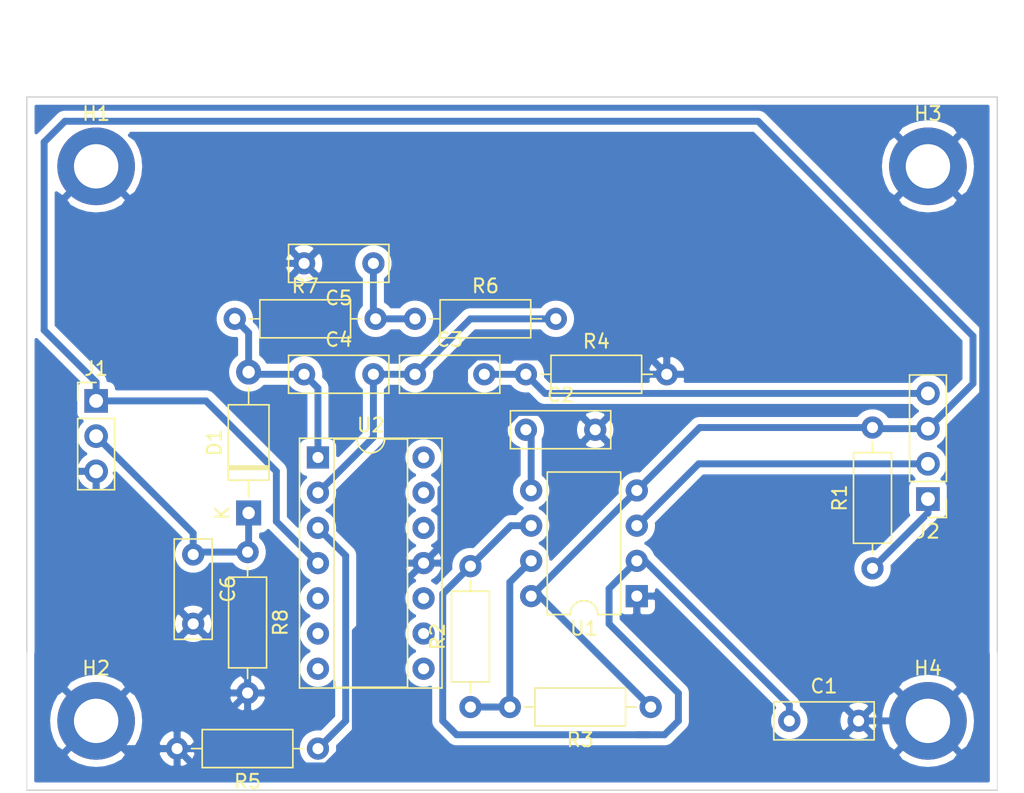
<source format=kicad_pcb>
(kicad_pcb (version 20171130) (host pcbnew 5.1.4)

  (general
    (thickness 1.6)
    (drawings 7)
    (tracks 112)
    (zones 0)
    (modules 23)
    (nets 14)
  )

  (page A4)
  (layers
    (0 F.Cu signal)
    (31 B.Cu signal)
    (32 B.Adhes user)
    (33 F.Adhes user)
    (34 B.Paste user)
    (35 F.Paste user)
    (36 B.SilkS user)
    (37 F.SilkS user)
    (38 B.Mask user)
    (39 F.Mask user)
    (40 Dwgs.User user)
    (41 Cmts.User user)
    (42 Eco1.User user)
    (43 Eco2.User user)
    (44 Edge.Cuts user)
    (45 Margin user)
    (46 B.CrtYd user)
    (47 F.CrtYd user)
    (48 B.Fab user)
    (49 F.Fab user)
  )

  (setup
    (last_trace_width 0.5)
    (trace_clearance 0.2)
    (zone_clearance 0.508)
    (zone_45_only no)
    (trace_min 0.2)
    (via_size 2)
    (via_drill 0.8)
    (via_min_size 0.4)
    (via_min_drill 0.3)
    (uvia_size 0.3)
    (uvia_drill 0.1)
    (uvias_allowed no)
    (uvia_min_size 0.2)
    (uvia_min_drill 0.1)
    (edge_width 0.05)
    (segment_width 0.2)
    (pcb_text_width 0.3)
    (pcb_text_size 1.5 1.5)
    (mod_edge_width 0.12)
    (mod_text_size 1 1)
    (mod_text_width 0.15)
    (pad_size 1.524 1.524)
    (pad_drill 0.762)
    (pad_to_mask_clearance 0.051)
    (solder_mask_min_width 0.25)
    (aux_axis_origin 0 0)
    (visible_elements FFFFFF7F)
    (pcbplotparams
      (layerselection 0x010fc_ffffffff)
      (usegerberextensions false)
      (usegerberattributes false)
      (usegerberadvancedattributes false)
      (creategerberjobfile false)
      (excludeedgelayer true)
      (linewidth 0.100000)
      (plotframeref false)
      (viasonmask false)
      (mode 1)
      (useauxorigin false)
      (hpglpennumber 1)
      (hpglpenspeed 20)
      (hpglpendiameter 15.000000)
      (psnegative false)
      (psa4output false)
      (plotreference true)
      (plotvalue true)
      (plotinvisibletext false)
      (padsonsilk false)
      (subtractmaskfromsilk false)
      (outputformat 1)
      (mirror false)
      (drillshape 1)
      (scaleselection 1)
      (outputdirectory ""))
  )

  (net 0 "")
  (net 1 GND)
  (net 2 "Net-(C1-Pad1)")
  (net 3 "Net-(C2-Pad1)")
  (net 4 rep)
  (net 5 "Net-(C3-Pad1)")
  (net 6 "Net-(C4-Pad1)")
  (net 7 "Net-(C5-Pad1)")
  (net 8 C1)
  (net 9 +5V)
  (net 10 em)
  (net 11 "Net-(J2-Pad1)")
  (net 12 "Net-(R2-Pad1)")
  (net 13 "Net-(R5-Pad1)")

  (net_class Default "Ceci est la Netclass par défaut."
    (clearance 0.2)
    (trace_width 0.5)
    (via_dia 2)
    (via_drill 0.8)
    (uvia_dia 0.3)
    (uvia_drill 0.1)
    (add_net +5V)
    (add_net C1)
    (add_net GND)
    (add_net "Net-(C1-Pad1)")
    (add_net "Net-(C2-Pad1)")
    (add_net "Net-(C3-Pad1)")
    (add_net "Net-(C4-Pad1)")
    (add_net "Net-(C5-Pad1)")
    (add_net "Net-(J2-Pad1)")
    (add_net "Net-(R2-Pad1)")
    (add_net "Net-(R5-Pad1)")
    (add_net em)
    (add_net rep)
  )

  (module Package_DIP:DIP-14_W7.62mm_Socket (layer F.Cu) (tedit 5A02E8C5) (tstamp 5DA74B32)
    (at 121 141)
    (descr "14-lead though-hole mounted DIP package, row spacing 7.62 mm (300 mils), Socket")
    (tags "THT DIP DIL PDIP 2.54mm 7.62mm 300mil Socket")
    (path /5DA5B106/5DA5CA92)
    (fp_text reference U2 (at 3.81 -2.33) (layer F.SilkS)
      (effects (font (size 1 1) (thickness 0.15)))
    )
    (fp_text value LM324 (at 3.81 17.57) (layer F.Fab)
      (effects (font (size 1 1) (thickness 0.15)))
    )
    (fp_text user %R (at 3.81 7.62) (layer F.Fab)
      (effects (font (size 1 1) (thickness 0.15)))
    )
    (fp_line (start 9.15 -1.6) (end -1.55 -1.6) (layer F.CrtYd) (width 0.05))
    (fp_line (start 9.15 16.85) (end 9.15 -1.6) (layer F.CrtYd) (width 0.05))
    (fp_line (start -1.55 16.85) (end 9.15 16.85) (layer F.CrtYd) (width 0.05))
    (fp_line (start -1.55 -1.6) (end -1.55 16.85) (layer F.CrtYd) (width 0.05))
    (fp_line (start 8.95 -1.39) (end -1.33 -1.39) (layer F.SilkS) (width 0.12))
    (fp_line (start 8.95 16.63) (end 8.95 -1.39) (layer F.SilkS) (width 0.12))
    (fp_line (start -1.33 16.63) (end 8.95 16.63) (layer F.SilkS) (width 0.12))
    (fp_line (start -1.33 -1.39) (end -1.33 16.63) (layer F.SilkS) (width 0.12))
    (fp_line (start 6.46 -1.33) (end 4.81 -1.33) (layer F.SilkS) (width 0.12))
    (fp_line (start 6.46 16.57) (end 6.46 -1.33) (layer F.SilkS) (width 0.12))
    (fp_line (start 1.16 16.57) (end 6.46 16.57) (layer F.SilkS) (width 0.12))
    (fp_line (start 1.16 -1.33) (end 1.16 16.57) (layer F.SilkS) (width 0.12))
    (fp_line (start 2.81 -1.33) (end 1.16 -1.33) (layer F.SilkS) (width 0.12))
    (fp_line (start 8.89 -1.33) (end -1.27 -1.33) (layer F.Fab) (width 0.1))
    (fp_line (start 8.89 16.57) (end 8.89 -1.33) (layer F.Fab) (width 0.1))
    (fp_line (start -1.27 16.57) (end 8.89 16.57) (layer F.Fab) (width 0.1))
    (fp_line (start -1.27 -1.33) (end -1.27 16.57) (layer F.Fab) (width 0.1))
    (fp_line (start 0.635 -0.27) (end 1.635 -1.27) (layer F.Fab) (width 0.1))
    (fp_line (start 0.635 16.51) (end 0.635 -0.27) (layer F.Fab) (width 0.1))
    (fp_line (start 6.985 16.51) (end 0.635 16.51) (layer F.Fab) (width 0.1))
    (fp_line (start 6.985 -1.27) (end 6.985 16.51) (layer F.Fab) (width 0.1))
    (fp_line (start 1.635 -1.27) (end 6.985 -1.27) (layer F.Fab) (width 0.1))
    (fp_arc (start 3.81 -1.33) (end 2.81 -1.33) (angle -180) (layer F.SilkS) (width 0.12))
    (pad 14 thru_hole oval (at 7.62 0) (size 1.6 1.6) (drill 0.8) (layers *.Cu *.Mask))
    (pad 7 thru_hole oval (at 0 15.24) (size 1.6 1.6) (drill 0.8) (layers *.Cu *.Mask))
    (pad 13 thru_hole oval (at 7.62 2.54) (size 1.6 1.6) (drill 0.8) (layers *.Cu *.Mask))
    (pad 6 thru_hole oval (at 0 12.7) (size 1.6 1.6) (drill 0.8) (layers *.Cu *.Mask))
    (pad 12 thru_hole oval (at 7.62 5.08) (size 1.6 1.6) (drill 0.8) (layers *.Cu *.Mask))
    (pad 5 thru_hole oval (at 0 10.16) (size 1.6 1.6) (drill 0.8) (layers *.Cu *.Mask))
    (pad 11 thru_hole oval (at 7.62 7.62) (size 1.6 1.6) (drill 0.8) (layers *.Cu *.Mask)
      (net 1 GND))
    (pad 4 thru_hole oval (at 0 7.62) (size 1.6 1.6) (drill 0.8) (layers *.Cu *.Mask)
      (net 9 +5V))
    (pad 10 thru_hole oval (at 7.62 10.16) (size 1.6 1.6) (drill 0.8) (layers *.Cu *.Mask))
    (pad 3 thru_hole oval (at 0 5.08) (size 1.6 1.6) (drill 0.8) (layers *.Cu *.Mask)
      (net 13 "Net-(R5-Pad1)"))
    (pad 9 thru_hole oval (at 7.62 12.7) (size 1.6 1.6) (drill 0.8) (layers *.Cu *.Mask))
    (pad 2 thru_hole oval (at 0 2.54) (size 1.6 1.6) (drill 0.8) (layers *.Cu *.Mask)
      (net 5 "Net-(C3-Pad1)"))
    (pad 8 thru_hole oval (at 7.62 15.24) (size 1.6 1.6) (drill 0.8) (layers *.Cu *.Mask))
    (pad 1 thru_hole rect (at 0 0) (size 1.6 1.6) (drill 0.8) (layers *.Cu *.Mask)
      (net 6 "Net-(C4-Pad1)"))
    (model ${KISYS3DMOD}/Package_DIP.3dshapes/DIP-14_W7.62mm_Socket.wrl
      (at (xyz 0 0 0))
      (scale (xyz 1 1 1))
      (rotate (xyz 0 0 0))
    )
  )

  (module Package_DIP:DIP-8_W7.62mm (layer F.Cu) (tedit 5A02E8C5) (tstamp 5DA74B08)
    (at 144 151 180)
    (descr "8-lead though-hole mounted DIP package, row spacing 7.62 mm (300 mils)")
    (tags "THT DIP DIL PDIP 2.54mm 7.62mm 300mil")
    (path /5DA5B100/5DA5B647)
    (fp_text reference U1 (at 3.81 -2.33) (layer F.SilkS)
      (effects (font (size 1 1) (thickness 0.15)))
    )
    (fp_text value NE555 (at 3.81 9.95) (layer F.Fab)
      (effects (font (size 1 1) (thickness 0.15)))
    )
    (fp_text user %R (at 3.81 3.81) (layer F.Fab)
      (effects (font (size 1 1) (thickness 0.15)))
    )
    (fp_line (start 8.7 -1.55) (end -1.1 -1.55) (layer F.CrtYd) (width 0.05))
    (fp_line (start 8.7 9.15) (end 8.7 -1.55) (layer F.CrtYd) (width 0.05))
    (fp_line (start -1.1 9.15) (end 8.7 9.15) (layer F.CrtYd) (width 0.05))
    (fp_line (start -1.1 -1.55) (end -1.1 9.15) (layer F.CrtYd) (width 0.05))
    (fp_line (start 6.46 -1.33) (end 4.81 -1.33) (layer F.SilkS) (width 0.12))
    (fp_line (start 6.46 8.95) (end 6.46 -1.33) (layer F.SilkS) (width 0.12))
    (fp_line (start 1.16 8.95) (end 6.46 8.95) (layer F.SilkS) (width 0.12))
    (fp_line (start 1.16 -1.33) (end 1.16 8.95) (layer F.SilkS) (width 0.12))
    (fp_line (start 2.81 -1.33) (end 1.16 -1.33) (layer F.SilkS) (width 0.12))
    (fp_line (start 0.635 -0.27) (end 1.635 -1.27) (layer F.Fab) (width 0.1))
    (fp_line (start 0.635 8.89) (end 0.635 -0.27) (layer F.Fab) (width 0.1))
    (fp_line (start 6.985 8.89) (end 0.635 8.89) (layer F.Fab) (width 0.1))
    (fp_line (start 6.985 -1.27) (end 6.985 8.89) (layer F.Fab) (width 0.1))
    (fp_line (start 1.635 -1.27) (end 6.985 -1.27) (layer F.Fab) (width 0.1))
    (fp_arc (start 3.81 -1.33) (end 2.81 -1.33) (angle -180) (layer F.SilkS) (width 0.12))
    (pad 8 thru_hole oval (at 7.62 0 180) (size 1.6 1.6) (drill 0.8) (layers *.Cu *.Mask)
      (net 9 +5V))
    (pad 4 thru_hole oval (at 0 7.62 180) (size 1.6 1.6) (drill 0.8) (layers *.Cu *.Mask)
      (net 9 +5V))
    (pad 7 thru_hole oval (at 7.62 2.54 180) (size 1.6 1.6) (drill 0.8) (layers *.Cu *.Mask)
      (net 12 "Net-(R2-Pad1)"))
    (pad 3 thru_hole oval (at 0 5.08 180) (size 1.6 1.6) (drill 0.8) (layers *.Cu *.Mask)
      (net 10 em))
    (pad 6 thru_hole oval (at 7.62 5.08 180) (size 1.6 1.6) (drill 0.8) (layers *.Cu *.Mask)
      (net 2 "Net-(C1-Pad1)"))
    (pad 2 thru_hole oval (at 0 2.54 180) (size 1.6 1.6) (drill 0.8) (layers *.Cu *.Mask)
      (net 2 "Net-(C1-Pad1)"))
    (pad 5 thru_hole oval (at 7.62 7.62 180) (size 1.6 1.6) (drill 0.8) (layers *.Cu *.Mask)
      (net 3 "Net-(C2-Pad1)"))
    (pad 1 thru_hole rect (at 0 0 180) (size 1.6 1.6) (drill 0.8) (layers *.Cu *.Mask)
      (net 1 GND))
    (model ${KISYS3DMOD}/Package_DIP.3dshapes/DIP-8_W7.62mm.wrl
      (at (xyz 0 0 0))
      (scale (xyz 1 1 1))
      (rotate (xyz 0 0 0))
    )
  )

  (module Resistor_THT:R_Axial_DIN0207_L6.3mm_D2.5mm_P10.16mm_Horizontal (layer F.Cu) (tedit 5AE5139B) (tstamp 5DA74AEC)
    (at 115.924999 147.825001 270)
    (descr "Resistor, Axial_DIN0207 series, Axial, Horizontal, pin pitch=10.16mm, 0.25W = 1/4W, length*diameter=6.3*2.5mm^2, http://cdn-reichelt.de/documents/datenblatt/B400/1_4W%23YAG.pdf")
    (tags "Resistor Axial_DIN0207 series Axial Horizontal pin pitch 10.16mm 0.25W = 1/4W length 6.3mm diameter 2.5mm")
    (path /5DA5B106/5DA5E9DD)
    (fp_text reference R8 (at 5.08 -2.37 90) (layer F.SilkS)
      (effects (font (size 1 1) (thickness 0.15)))
    )
    (fp_text value 39k (at 5.08 2.37 90) (layer F.Fab)
      (effects (font (size 1 1) (thickness 0.15)))
    )
    (fp_text user %R (at 5.08 0 90) (layer F.Fab)
      (effects (font (size 1 1) (thickness 0.15)))
    )
    (fp_line (start 11.21 -1.5) (end -1.05 -1.5) (layer F.CrtYd) (width 0.05))
    (fp_line (start 11.21 1.5) (end 11.21 -1.5) (layer F.CrtYd) (width 0.05))
    (fp_line (start -1.05 1.5) (end 11.21 1.5) (layer F.CrtYd) (width 0.05))
    (fp_line (start -1.05 -1.5) (end -1.05 1.5) (layer F.CrtYd) (width 0.05))
    (fp_line (start 9.12 0) (end 8.35 0) (layer F.SilkS) (width 0.12))
    (fp_line (start 1.04 0) (end 1.81 0) (layer F.SilkS) (width 0.12))
    (fp_line (start 8.35 -1.37) (end 1.81 -1.37) (layer F.SilkS) (width 0.12))
    (fp_line (start 8.35 1.37) (end 8.35 -1.37) (layer F.SilkS) (width 0.12))
    (fp_line (start 1.81 1.37) (end 8.35 1.37) (layer F.SilkS) (width 0.12))
    (fp_line (start 1.81 -1.37) (end 1.81 1.37) (layer F.SilkS) (width 0.12))
    (fp_line (start 10.16 0) (end 8.23 0) (layer F.Fab) (width 0.1))
    (fp_line (start 0 0) (end 1.93 0) (layer F.Fab) (width 0.1))
    (fp_line (start 8.23 -1.25) (end 1.93 -1.25) (layer F.Fab) (width 0.1))
    (fp_line (start 8.23 1.25) (end 8.23 -1.25) (layer F.Fab) (width 0.1))
    (fp_line (start 1.93 1.25) (end 8.23 1.25) (layer F.Fab) (width 0.1))
    (fp_line (start 1.93 -1.25) (end 1.93 1.25) (layer F.Fab) (width 0.1))
    (pad 2 thru_hole oval (at 10.16 0 270) (size 1.6 1.6) (drill 0.8) (layers *.Cu *.Mask)
      (net 1 GND))
    (pad 1 thru_hole circle (at 0 0 270) (size 1.6 1.6) (drill 0.8) (layers *.Cu *.Mask)
      (net 8 C1))
    (model ${KISYS3DMOD}/Resistor_THT.3dshapes/R_Axial_DIN0207_L6.3mm_D2.5mm_P10.16mm_Horizontal.wrl
      (at (xyz 0 0 0))
      (scale (xyz 1 1 1))
      (rotate (xyz 0 0 0))
    )
  )

  (module Resistor_THT:R_Axial_DIN0207_L6.3mm_D2.5mm_P10.16mm_Horizontal (layer F.Cu) (tedit 5AE5139B) (tstamp 5DA74AD5)
    (at 115 131)
    (descr "Resistor, Axial_DIN0207 series, Axial, Horizontal, pin pitch=10.16mm, 0.25W = 1/4W, length*diameter=6.3*2.5mm^2, http://cdn-reichelt.de/documents/datenblatt/B400/1_4W%23YAG.pdf")
    (tags "Resistor Axial_DIN0207 series Axial Horizontal pin pitch 10.16mm 0.25W = 1/4W length 6.3mm diameter 2.5mm")
    (path /5DA5B106/5DA5CF62)
    (fp_text reference R7 (at 5.08 -2.37) (layer F.SilkS)
      (effects (font (size 1 1) (thickness 0.15)))
    )
    (fp_text value 33k (at 5.08 2.37) (layer F.Fab)
      (effects (font (size 1 1) (thickness 0.15)))
    )
    (fp_text user %R (at 5.08 0) (layer F.Fab)
      (effects (font (size 1 1) (thickness 0.15)))
    )
    (fp_line (start 11.21 -1.5) (end -1.05 -1.5) (layer F.CrtYd) (width 0.05))
    (fp_line (start 11.21 1.5) (end 11.21 -1.5) (layer F.CrtYd) (width 0.05))
    (fp_line (start -1.05 1.5) (end 11.21 1.5) (layer F.CrtYd) (width 0.05))
    (fp_line (start -1.05 -1.5) (end -1.05 1.5) (layer F.CrtYd) (width 0.05))
    (fp_line (start 9.12 0) (end 8.35 0) (layer F.SilkS) (width 0.12))
    (fp_line (start 1.04 0) (end 1.81 0) (layer F.SilkS) (width 0.12))
    (fp_line (start 8.35 -1.37) (end 1.81 -1.37) (layer F.SilkS) (width 0.12))
    (fp_line (start 8.35 1.37) (end 8.35 -1.37) (layer F.SilkS) (width 0.12))
    (fp_line (start 1.81 1.37) (end 8.35 1.37) (layer F.SilkS) (width 0.12))
    (fp_line (start 1.81 -1.37) (end 1.81 1.37) (layer F.SilkS) (width 0.12))
    (fp_line (start 10.16 0) (end 8.23 0) (layer F.Fab) (width 0.1))
    (fp_line (start 0 0) (end 1.93 0) (layer F.Fab) (width 0.1))
    (fp_line (start 8.23 -1.25) (end 1.93 -1.25) (layer F.Fab) (width 0.1))
    (fp_line (start 8.23 1.25) (end 8.23 -1.25) (layer F.Fab) (width 0.1))
    (fp_line (start 1.93 1.25) (end 8.23 1.25) (layer F.Fab) (width 0.1))
    (fp_line (start 1.93 -1.25) (end 1.93 1.25) (layer F.Fab) (width 0.1))
    (pad 2 thru_hole oval (at 10.16 0) (size 1.6 1.6) (drill 0.8) (layers *.Cu *.Mask)
      (net 7 "Net-(C5-Pad1)"))
    (pad 1 thru_hole circle (at 0 0) (size 1.6 1.6) (drill 0.8) (layers *.Cu *.Mask)
      (net 6 "Net-(C4-Pad1)"))
    (model ${KISYS3DMOD}/Resistor_THT.3dshapes/R_Axial_DIN0207_L6.3mm_D2.5mm_P10.16mm_Horizontal.wrl
      (at (xyz 0 0 0))
      (scale (xyz 1 1 1))
      (rotate (xyz 0 0 0))
    )
  )

  (module Resistor_THT:R_Axial_DIN0207_L6.3mm_D2.5mm_P10.16mm_Horizontal (layer F.Cu) (tedit 5AE5139B) (tstamp 5DA74ABE)
    (at 128 131)
    (descr "Resistor, Axial_DIN0207 series, Axial, Horizontal, pin pitch=10.16mm, 0.25W = 1/4W, length*diameter=6.3*2.5mm^2, http://cdn-reichelt.de/documents/datenblatt/B400/1_4W%23YAG.pdf")
    (tags "Resistor Axial_DIN0207 series Axial Horizontal pin pitch 10.16mm 0.25W = 1/4W length 6.3mm diameter 2.5mm")
    (path /5DA5B106/5DA5CF1A)
    (fp_text reference R6 (at 5.08 -2.37) (layer F.SilkS)
      (effects (font (size 1 1) (thickness 0.15)))
    )
    (fp_text value 33k (at 5.08 2.37) (layer F.Fab)
      (effects (font (size 1 1) (thickness 0.15)))
    )
    (fp_text user %R (at 5.08 0 90) (layer F.Fab)
      (effects (font (size 1 1) (thickness 0.15)))
    )
    (fp_line (start 11.21 -1.5) (end -1.05 -1.5) (layer F.CrtYd) (width 0.05))
    (fp_line (start 11.21 1.5) (end 11.21 -1.5) (layer F.CrtYd) (width 0.05))
    (fp_line (start -1.05 1.5) (end 11.21 1.5) (layer F.CrtYd) (width 0.05))
    (fp_line (start -1.05 -1.5) (end -1.05 1.5) (layer F.CrtYd) (width 0.05))
    (fp_line (start 9.12 0) (end 8.35 0) (layer F.SilkS) (width 0.12))
    (fp_line (start 1.04 0) (end 1.81 0) (layer F.SilkS) (width 0.12))
    (fp_line (start 8.35 -1.37) (end 1.81 -1.37) (layer F.SilkS) (width 0.12))
    (fp_line (start 8.35 1.37) (end 8.35 -1.37) (layer F.SilkS) (width 0.12))
    (fp_line (start 1.81 1.37) (end 8.35 1.37) (layer F.SilkS) (width 0.12))
    (fp_line (start 1.81 -1.37) (end 1.81 1.37) (layer F.SilkS) (width 0.12))
    (fp_line (start 10.16 0) (end 8.23 0) (layer F.Fab) (width 0.1))
    (fp_line (start 0 0) (end 1.93 0) (layer F.Fab) (width 0.1))
    (fp_line (start 8.23 -1.25) (end 1.93 -1.25) (layer F.Fab) (width 0.1))
    (fp_line (start 8.23 1.25) (end 8.23 -1.25) (layer F.Fab) (width 0.1))
    (fp_line (start 1.93 1.25) (end 8.23 1.25) (layer F.Fab) (width 0.1))
    (fp_line (start 1.93 -1.25) (end 1.93 1.25) (layer F.Fab) (width 0.1))
    (pad 2 thru_hole oval (at 10.16 0) (size 1.6 1.6) (drill 0.8) (layers *.Cu *.Mask)
      (net 5 "Net-(C3-Pad1)"))
    (pad 1 thru_hole circle (at 0 0) (size 1.6 1.6) (drill 0.8) (layers *.Cu *.Mask)
      (net 7 "Net-(C5-Pad1)"))
    (model ${KISYS3DMOD}/Resistor_THT.3dshapes/R_Axial_DIN0207_L6.3mm_D2.5mm_P10.16mm_Horizontal.wrl
      (at (xyz 0 0 0))
      (scale (xyz 1 1 1))
      (rotate (xyz 0 0 0))
    )
  )

  (module Resistor_THT:R_Axial_DIN0207_L6.3mm_D2.5mm_P10.16mm_Horizontal (layer F.Cu) (tedit 5AE5139B) (tstamp 5DA74AA7)
    (at 121 162 180)
    (descr "Resistor, Axial_DIN0207 series, Axial, Horizontal, pin pitch=10.16mm, 0.25W = 1/4W, length*diameter=6.3*2.5mm^2, http://cdn-reichelt.de/documents/datenblatt/B400/1_4W%23YAG.pdf")
    (tags "Resistor Axial_DIN0207 series Axial Horizontal pin pitch 10.16mm 0.25W = 1/4W length 6.3mm diameter 2.5mm")
    (path /5DA5B106/5DA5D6CD)
    (fp_text reference R5 (at 5.08 -2.37) (layer F.SilkS)
      (effects (font (size 1 1) (thickness 0.15)))
    )
    (fp_text value 1k (at 5.08 2.37) (layer F.Fab)
      (effects (font (size 1 1) (thickness 0.15)))
    )
    (fp_text user %R (at 5.08 0) (layer F.Fab)
      (effects (font (size 1 1) (thickness 0.15)))
    )
    (fp_line (start 11.21 -1.5) (end -1.05 -1.5) (layer F.CrtYd) (width 0.05))
    (fp_line (start 11.21 1.5) (end 11.21 -1.5) (layer F.CrtYd) (width 0.05))
    (fp_line (start -1.05 1.5) (end 11.21 1.5) (layer F.CrtYd) (width 0.05))
    (fp_line (start -1.05 -1.5) (end -1.05 1.5) (layer F.CrtYd) (width 0.05))
    (fp_line (start 9.12 0) (end 8.35 0) (layer F.SilkS) (width 0.12))
    (fp_line (start 1.04 0) (end 1.81 0) (layer F.SilkS) (width 0.12))
    (fp_line (start 8.35 -1.37) (end 1.81 -1.37) (layer F.SilkS) (width 0.12))
    (fp_line (start 8.35 1.37) (end 8.35 -1.37) (layer F.SilkS) (width 0.12))
    (fp_line (start 1.81 1.37) (end 8.35 1.37) (layer F.SilkS) (width 0.12))
    (fp_line (start 1.81 -1.37) (end 1.81 1.37) (layer F.SilkS) (width 0.12))
    (fp_line (start 10.16 0) (end 8.23 0) (layer F.Fab) (width 0.1))
    (fp_line (start 0 0) (end 1.93 0) (layer F.Fab) (width 0.1))
    (fp_line (start 8.23 -1.25) (end 1.93 -1.25) (layer F.Fab) (width 0.1))
    (fp_line (start 8.23 1.25) (end 8.23 -1.25) (layer F.Fab) (width 0.1))
    (fp_line (start 1.93 1.25) (end 8.23 1.25) (layer F.Fab) (width 0.1))
    (fp_line (start 1.93 -1.25) (end 1.93 1.25) (layer F.Fab) (width 0.1))
    (pad 2 thru_hole oval (at 10.16 0 180) (size 1.6 1.6) (drill 0.8) (layers *.Cu *.Mask)
      (net 1 GND))
    (pad 1 thru_hole circle (at 0 0 180) (size 1.6 1.6) (drill 0.8) (layers *.Cu *.Mask)
      (net 13 "Net-(R5-Pad1)"))
    (model ${KISYS3DMOD}/Resistor_THT.3dshapes/R_Axial_DIN0207_L6.3mm_D2.5mm_P10.16mm_Horizontal.wrl
      (at (xyz 0 0 0))
      (scale (xyz 1 1 1))
      (rotate (xyz 0 0 0))
    )
  )

  (module Resistor_THT:R_Axial_DIN0207_L6.3mm_D2.5mm_P10.16mm_Horizontal (layer F.Cu) (tedit 5AE5139B) (tstamp 5DA74A90)
    (at 136 135)
    (descr "Resistor, Axial_DIN0207 series, Axial, Horizontal, pin pitch=10.16mm, 0.25W = 1/4W, length*diameter=6.3*2.5mm^2, http://cdn-reichelt.de/documents/datenblatt/B400/1_4W%23YAG.pdf")
    (tags "Resistor Axial_DIN0207 series Axial Horizontal pin pitch 10.16mm 0.25W = 1/4W length 6.3mm diameter 2.5mm")
    (path /5DA5B106/5DA5CC54)
    (fp_text reference R4 (at 5.08 -2.37) (layer F.SilkS)
      (effects (font (size 1 1) (thickness 0.15)))
    )
    (fp_text value 510 (at 5.08 2.37) (layer F.Fab)
      (effects (font (size 1 1) (thickness 0.15)))
    )
    (fp_text user %R (at 5.08 0) (layer F.Fab)
      (effects (font (size 1 1) (thickness 0.15)))
    )
    (fp_line (start 11.21 -1.5) (end -1.05 -1.5) (layer F.CrtYd) (width 0.05))
    (fp_line (start 11.21 1.5) (end 11.21 -1.5) (layer F.CrtYd) (width 0.05))
    (fp_line (start -1.05 1.5) (end 11.21 1.5) (layer F.CrtYd) (width 0.05))
    (fp_line (start -1.05 -1.5) (end -1.05 1.5) (layer F.CrtYd) (width 0.05))
    (fp_line (start 9.12 0) (end 8.35 0) (layer F.SilkS) (width 0.12))
    (fp_line (start 1.04 0) (end 1.81 0) (layer F.SilkS) (width 0.12))
    (fp_line (start 8.35 -1.37) (end 1.81 -1.37) (layer F.SilkS) (width 0.12))
    (fp_line (start 8.35 1.37) (end 8.35 -1.37) (layer F.SilkS) (width 0.12))
    (fp_line (start 1.81 1.37) (end 8.35 1.37) (layer F.SilkS) (width 0.12))
    (fp_line (start 1.81 -1.37) (end 1.81 1.37) (layer F.SilkS) (width 0.12))
    (fp_line (start 10.16 0) (end 8.23 0) (layer F.Fab) (width 0.1))
    (fp_line (start 0 0) (end 1.93 0) (layer F.Fab) (width 0.1))
    (fp_line (start 8.23 -1.25) (end 1.93 -1.25) (layer F.Fab) (width 0.1))
    (fp_line (start 8.23 1.25) (end 8.23 -1.25) (layer F.Fab) (width 0.1))
    (fp_line (start 1.93 1.25) (end 8.23 1.25) (layer F.Fab) (width 0.1))
    (fp_line (start 1.93 -1.25) (end 1.93 1.25) (layer F.Fab) (width 0.1))
    (pad 2 thru_hole oval (at 10.16 0) (size 1.6 1.6) (drill 0.8) (layers *.Cu *.Mask)
      (net 1 GND))
    (pad 1 thru_hole circle (at 0 0) (size 1.6 1.6) (drill 0.8) (layers *.Cu *.Mask)
      (net 4 rep))
    (model ${KISYS3DMOD}/Resistor_THT.3dshapes/R_Axial_DIN0207_L6.3mm_D2.5mm_P10.16mm_Horizontal.wrl
      (at (xyz 0 0 0))
      (scale (xyz 1 1 1))
      (rotate (xyz 0 0 0))
    )
  )

  (module Resistor_THT:R_Axial_DIN0207_L6.3mm_D2.5mm_P10.16mm_Horizontal (layer F.Cu) (tedit 5AE5139B) (tstamp 5DA74A79)
    (at 145 159 180)
    (descr "Resistor, Axial_DIN0207 series, Axial, Horizontal, pin pitch=10.16mm, 0.25W = 1/4W, length*diameter=6.3*2.5mm^2, http://cdn-reichelt.de/documents/datenblatt/B400/1_4W%23YAG.pdf")
    (tags "Resistor Axial_DIN0207 series Axial Horizontal pin pitch 10.16mm 0.25W = 1/4W length 6.3mm diameter 2.5mm")
    (path /5DA5B100/5DA5BBCE)
    (fp_text reference R3 (at 5.08 -2.37) (layer F.SilkS)
      (effects (font (size 1 1) (thickness 0.15)))
    )
    (fp_text value 2.7k (at 5.08 2.37) (layer F.Fab)
      (effects (font (size 1 1) (thickness 0.15)))
    )
    (fp_text user %R (at 5.08 0) (layer F.Fab)
      (effects (font (size 1 1) (thickness 0.15)))
    )
    (fp_line (start 11.21 -1.5) (end -1.05 -1.5) (layer F.CrtYd) (width 0.05))
    (fp_line (start 11.21 1.5) (end 11.21 -1.5) (layer F.CrtYd) (width 0.05))
    (fp_line (start -1.05 1.5) (end 11.21 1.5) (layer F.CrtYd) (width 0.05))
    (fp_line (start -1.05 -1.5) (end -1.05 1.5) (layer F.CrtYd) (width 0.05))
    (fp_line (start 9.12 0) (end 8.35 0) (layer F.SilkS) (width 0.12))
    (fp_line (start 1.04 0) (end 1.81 0) (layer F.SilkS) (width 0.12))
    (fp_line (start 8.35 -1.37) (end 1.81 -1.37) (layer F.SilkS) (width 0.12))
    (fp_line (start 8.35 1.37) (end 8.35 -1.37) (layer F.SilkS) (width 0.12))
    (fp_line (start 1.81 1.37) (end 8.35 1.37) (layer F.SilkS) (width 0.12))
    (fp_line (start 1.81 -1.37) (end 1.81 1.37) (layer F.SilkS) (width 0.12))
    (fp_line (start 10.16 0) (end 8.23 0) (layer F.Fab) (width 0.1))
    (fp_line (start 0 0) (end 1.93 0) (layer F.Fab) (width 0.1))
    (fp_line (start 8.23 -1.25) (end 1.93 -1.25) (layer F.Fab) (width 0.1))
    (fp_line (start 8.23 1.25) (end 8.23 -1.25) (layer F.Fab) (width 0.1))
    (fp_line (start 1.93 1.25) (end 8.23 1.25) (layer F.Fab) (width 0.1))
    (fp_line (start 1.93 -1.25) (end 1.93 1.25) (layer F.Fab) (width 0.1))
    (pad 2 thru_hole oval (at 10.16 0 180) (size 1.6 1.6) (drill 0.8) (layers *.Cu *.Mask)
      (net 12 "Net-(R2-Pad1)"))
    (pad 1 thru_hole circle (at 0 0 180) (size 1.6 1.6) (drill 0.8) (layers *.Cu *.Mask)
      (net 9 +5V))
    (model ${KISYS3DMOD}/Resistor_THT.3dshapes/R_Axial_DIN0207_L6.3mm_D2.5mm_P10.16mm_Horizontal.wrl
      (at (xyz 0 0 0))
      (scale (xyz 1 1 1))
      (rotate (xyz 0 0 0))
    )
  )

  (module Resistor_THT:R_Axial_DIN0207_L6.3mm_D2.5mm_P10.16mm_Horizontal (layer F.Cu) (tedit 5AE5139B) (tstamp 5DA74A62)
    (at 132 159 90)
    (descr "Resistor, Axial_DIN0207 series, Axial, Horizontal, pin pitch=10.16mm, 0.25W = 1/4W, length*diameter=6.3*2.5mm^2, http://cdn-reichelt.de/documents/datenblatt/B400/1_4W%23YAG.pdf")
    (tags "Resistor Axial_DIN0207 series Axial Horizontal pin pitch 10.16mm 0.25W = 1/4W length 6.3mm diameter 2.5mm")
    (path /5DA5B100/5DA5BB84)
    (fp_text reference R2 (at 5.08 -2.37 90) (layer F.SilkS)
      (effects (font (size 1 1) (thickness 0.15)))
    )
    (fp_text value 6.8k (at 5.08 2.37 90) (layer F.Fab)
      (effects (font (size 1 1) (thickness 0.15)))
    )
    (fp_text user %R (at 5.08 0 90) (layer F.Fab)
      (effects (font (size 1 1) (thickness 0.15)))
    )
    (fp_line (start 11.21 -1.5) (end -1.05 -1.5) (layer F.CrtYd) (width 0.05))
    (fp_line (start 11.21 1.5) (end 11.21 -1.5) (layer F.CrtYd) (width 0.05))
    (fp_line (start -1.05 1.5) (end 11.21 1.5) (layer F.CrtYd) (width 0.05))
    (fp_line (start -1.05 -1.5) (end -1.05 1.5) (layer F.CrtYd) (width 0.05))
    (fp_line (start 9.12 0) (end 8.35 0) (layer F.SilkS) (width 0.12))
    (fp_line (start 1.04 0) (end 1.81 0) (layer F.SilkS) (width 0.12))
    (fp_line (start 8.35 -1.37) (end 1.81 -1.37) (layer F.SilkS) (width 0.12))
    (fp_line (start 8.35 1.37) (end 8.35 -1.37) (layer F.SilkS) (width 0.12))
    (fp_line (start 1.81 1.37) (end 8.35 1.37) (layer F.SilkS) (width 0.12))
    (fp_line (start 1.81 -1.37) (end 1.81 1.37) (layer F.SilkS) (width 0.12))
    (fp_line (start 10.16 0) (end 8.23 0) (layer F.Fab) (width 0.1))
    (fp_line (start 0 0) (end 1.93 0) (layer F.Fab) (width 0.1))
    (fp_line (start 8.23 -1.25) (end 1.93 -1.25) (layer F.Fab) (width 0.1))
    (fp_line (start 8.23 1.25) (end 8.23 -1.25) (layer F.Fab) (width 0.1))
    (fp_line (start 1.93 1.25) (end 8.23 1.25) (layer F.Fab) (width 0.1))
    (fp_line (start 1.93 -1.25) (end 1.93 1.25) (layer F.Fab) (width 0.1))
    (pad 2 thru_hole oval (at 10.16 0 90) (size 1.6 1.6) (drill 0.8) (layers *.Cu *.Mask)
      (net 2 "Net-(C1-Pad1)"))
    (pad 1 thru_hole circle (at 0 0 90) (size 1.6 1.6) (drill 0.8) (layers *.Cu *.Mask)
      (net 12 "Net-(R2-Pad1)"))
    (model ${KISYS3DMOD}/Resistor_THT.3dshapes/R_Axial_DIN0207_L6.3mm_D2.5mm_P10.16mm_Horizontal.wrl
      (at (xyz 0 0 0))
      (scale (xyz 1 1 1))
      (rotate (xyz 0 0 0))
    )
  )

  (module Resistor_THT:R_Axial_DIN0207_L6.3mm_D2.5mm_P10.16mm_Horizontal (layer F.Cu) (tedit 5AE5139B) (tstamp 5DA74A4B)
    (at 161 149 90)
    (descr "Resistor, Axial_DIN0207 series, Axial, Horizontal, pin pitch=10.16mm, 0.25W = 1/4W, length*diameter=6.3*2.5mm^2, http://cdn-reichelt.de/documents/datenblatt/B400/1_4W%23YAG.pdf")
    (tags "Resistor Axial_DIN0207 series Axial Horizontal pin pitch 10.16mm 0.25W = 1/4W length 6.3mm diameter 2.5mm")
    (path /5DA5AE8E)
    (fp_text reference R1 (at 5.08 -2.37 90) (layer F.SilkS)
      (effects (font (size 1 1) (thickness 0.15)))
    )
    (fp_text value 82 (at 5.08 2.37 90) (layer F.Fab)
      (effects (font (size 1 1) (thickness 0.15)))
    )
    (fp_text user %R (at 5.08 0 90) (layer F.Fab)
      (effects (font (size 1 1) (thickness 0.15)))
    )
    (fp_line (start 11.21 -1.5) (end -1.05 -1.5) (layer F.CrtYd) (width 0.05))
    (fp_line (start 11.21 1.5) (end 11.21 -1.5) (layer F.CrtYd) (width 0.05))
    (fp_line (start -1.05 1.5) (end 11.21 1.5) (layer F.CrtYd) (width 0.05))
    (fp_line (start -1.05 -1.5) (end -1.05 1.5) (layer F.CrtYd) (width 0.05))
    (fp_line (start 9.12 0) (end 8.35 0) (layer F.SilkS) (width 0.12))
    (fp_line (start 1.04 0) (end 1.81 0) (layer F.SilkS) (width 0.12))
    (fp_line (start 8.35 -1.37) (end 1.81 -1.37) (layer F.SilkS) (width 0.12))
    (fp_line (start 8.35 1.37) (end 8.35 -1.37) (layer F.SilkS) (width 0.12))
    (fp_line (start 1.81 1.37) (end 8.35 1.37) (layer F.SilkS) (width 0.12))
    (fp_line (start 1.81 -1.37) (end 1.81 1.37) (layer F.SilkS) (width 0.12))
    (fp_line (start 10.16 0) (end 8.23 0) (layer F.Fab) (width 0.1))
    (fp_line (start 0 0) (end 1.93 0) (layer F.Fab) (width 0.1))
    (fp_line (start 8.23 -1.25) (end 1.93 -1.25) (layer F.Fab) (width 0.1))
    (fp_line (start 8.23 1.25) (end 8.23 -1.25) (layer F.Fab) (width 0.1))
    (fp_line (start 1.93 1.25) (end 8.23 1.25) (layer F.Fab) (width 0.1))
    (fp_line (start 1.93 -1.25) (end 1.93 1.25) (layer F.Fab) (width 0.1))
    (pad 2 thru_hole oval (at 10.16 0 90) (size 1.6 1.6) (drill 0.8) (layers *.Cu *.Mask)
      (net 9 +5V))
    (pad 1 thru_hole circle (at 0 0 90) (size 1.6 1.6) (drill 0.8) (layers *.Cu *.Mask)
      (net 11 "Net-(J2-Pad1)"))
    (model ${KISYS3DMOD}/Resistor_THT.3dshapes/R_Axial_DIN0207_L6.3mm_D2.5mm_P10.16mm_Horizontal.wrl
      (at (xyz 0 0 0))
      (scale (xyz 1 1 1))
      (rotate (xyz 0 0 0))
    )
  )

  (module Connector_PinHeader_2.54mm:PinHeader_1x04_P2.54mm_Vertical (layer F.Cu) (tedit 59FED5CC) (tstamp 5DA74A34)
    (at 165 144 180)
    (descr "Through hole straight pin header, 1x04, 2.54mm pitch, single row")
    (tags "Through hole pin header THT 1x04 2.54mm single row")
    (path /5DA5ACE8)
    (fp_text reference J2 (at 0 -2.33) (layer F.SilkS)
      (effects (font (size 1 1) (thickness 0.15)))
    )
    (fp_text value Conn_01x04_Male (at 0 9.95) (layer F.Fab)
      (effects (font (size 1 1) (thickness 0.15)))
    )
    (fp_text user %R (at 0 3.81 90) (layer F.Fab)
      (effects (font (size 1 1) (thickness 0.15)))
    )
    (fp_line (start 1.8 -1.8) (end -1.8 -1.8) (layer F.CrtYd) (width 0.05))
    (fp_line (start 1.8 9.4) (end 1.8 -1.8) (layer F.CrtYd) (width 0.05))
    (fp_line (start -1.8 9.4) (end 1.8 9.4) (layer F.CrtYd) (width 0.05))
    (fp_line (start -1.8 -1.8) (end -1.8 9.4) (layer F.CrtYd) (width 0.05))
    (fp_line (start -1.33 -1.33) (end 0 -1.33) (layer F.SilkS) (width 0.12))
    (fp_line (start -1.33 0) (end -1.33 -1.33) (layer F.SilkS) (width 0.12))
    (fp_line (start -1.33 1.27) (end 1.33 1.27) (layer F.SilkS) (width 0.12))
    (fp_line (start 1.33 1.27) (end 1.33 8.95) (layer F.SilkS) (width 0.12))
    (fp_line (start -1.33 1.27) (end -1.33 8.95) (layer F.SilkS) (width 0.12))
    (fp_line (start -1.33 8.95) (end 1.33 8.95) (layer F.SilkS) (width 0.12))
    (fp_line (start -1.27 -0.635) (end -0.635 -1.27) (layer F.Fab) (width 0.1))
    (fp_line (start -1.27 8.89) (end -1.27 -0.635) (layer F.Fab) (width 0.1))
    (fp_line (start 1.27 8.89) (end -1.27 8.89) (layer F.Fab) (width 0.1))
    (fp_line (start 1.27 -1.27) (end 1.27 8.89) (layer F.Fab) (width 0.1))
    (fp_line (start -0.635 -1.27) (end 1.27 -1.27) (layer F.Fab) (width 0.1))
    (pad 4 thru_hole oval (at 0 7.62 180) (size 1.7 1.7) (drill 1) (layers *.Cu *.Mask)
      (net 4 rep))
    (pad 3 thru_hole oval (at 0 5.08 180) (size 1.7 1.7) (drill 1) (layers *.Cu *.Mask)
      (net 9 +5V))
    (pad 2 thru_hole oval (at 0 2.54 180) (size 1.7 1.7) (drill 1) (layers *.Cu *.Mask)
      (net 10 em))
    (pad 1 thru_hole rect (at 0 0 180) (size 1.7 1.7) (drill 1) (layers *.Cu *.Mask)
      (net 11 "Net-(J2-Pad1)"))
    (model ${KISYS3DMOD}/Connector_PinHeader_2.54mm.3dshapes/PinHeader_1x04_P2.54mm_Vertical.wrl
      (at (xyz 0 0 0))
      (scale (xyz 1 1 1))
      (rotate (xyz 0 0 0))
    )
  )

  (module Connector_PinHeader_2.54mm:PinHeader_1x03_P2.54mm_Vertical (layer F.Cu) (tedit 59FED5CC) (tstamp 5DA74A1C)
    (at 105 136.92)
    (descr "Through hole straight pin header, 1x03, 2.54mm pitch, single row")
    (tags "Through hole pin header THT 1x03 2.54mm single row")
    (path /5DA5A9BE)
    (fp_text reference J1 (at 0 -2.33) (layer F.SilkS)
      (effects (font (size 1 1) (thickness 0.15)))
    )
    (fp_text value Conn_01x03_Male (at 0 7.41) (layer F.Fab)
      (effects (font (size 1 1) (thickness 0.15)))
    )
    (fp_text user %R (at 0 2.54 90) (layer F.Fab)
      (effects (font (size 1 1) (thickness 0.15)))
    )
    (fp_line (start 1.8 -1.8) (end -1.8 -1.8) (layer F.CrtYd) (width 0.05))
    (fp_line (start 1.8 6.85) (end 1.8 -1.8) (layer F.CrtYd) (width 0.05))
    (fp_line (start -1.8 6.85) (end 1.8 6.85) (layer F.CrtYd) (width 0.05))
    (fp_line (start -1.8 -1.8) (end -1.8 6.85) (layer F.CrtYd) (width 0.05))
    (fp_line (start -1.33 -1.33) (end 0 -1.33) (layer F.SilkS) (width 0.12))
    (fp_line (start -1.33 0) (end -1.33 -1.33) (layer F.SilkS) (width 0.12))
    (fp_line (start -1.33 1.27) (end 1.33 1.27) (layer F.SilkS) (width 0.12))
    (fp_line (start 1.33 1.27) (end 1.33 6.41) (layer F.SilkS) (width 0.12))
    (fp_line (start -1.33 1.27) (end -1.33 6.41) (layer F.SilkS) (width 0.12))
    (fp_line (start -1.33 6.41) (end 1.33 6.41) (layer F.SilkS) (width 0.12))
    (fp_line (start -1.27 -0.635) (end -0.635 -1.27) (layer F.Fab) (width 0.1))
    (fp_line (start -1.27 6.35) (end -1.27 -0.635) (layer F.Fab) (width 0.1))
    (fp_line (start 1.27 6.35) (end -1.27 6.35) (layer F.Fab) (width 0.1))
    (fp_line (start 1.27 -1.27) (end 1.27 6.35) (layer F.Fab) (width 0.1))
    (fp_line (start -0.635 -1.27) (end 1.27 -1.27) (layer F.Fab) (width 0.1))
    (pad 3 thru_hole oval (at 0 5.08) (size 1.7 1.7) (drill 1) (layers *.Cu *.Mask)
      (net 1 GND))
    (pad 2 thru_hole oval (at 0 2.54) (size 1.7 1.7) (drill 1) (layers *.Cu *.Mask)
      (net 8 C1))
    (pad 1 thru_hole rect (at 0 0) (size 1.7 1.7) (drill 1) (layers *.Cu *.Mask)
      (net 9 +5V))
    (model ${KISYS3DMOD}/Connector_PinHeader_2.54mm.3dshapes/PinHeader_1x03_P2.54mm_Vertical.wrl
      (at (xyz 0 0 0))
      (scale (xyz 1 1 1))
      (rotate (xyz 0 0 0))
    )
  )

  (module MountingHole:MountingHole_3.2mm_M3_DIN965_Pad (layer F.Cu) (tedit 56D1B4CB) (tstamp 5DA74A05)
    (at 165 160)
    (descr "Mounting Hole 3.2mm, M3, DIN965")
    (tags "mounting hole 3.2mm m3 din965")
    (path /5DA714F5)
    (attr virtual)
    (fp_text reference H4 (at 0 -3.8) (layer F.SilkS)
      (effects (font (size 1 1) (thickness 0.15)))
    )
    (fp_text value MountingHole_Pad (at 0 3.8) (layer F.Fab)
      (effects (font (size 1 1) (thickness 0.15)))
    )
    (fp_circle (center 0 0) (end 3.05 0) (layer F.CrtYd) (width 0.05))
    (fp_circle (center 0 0) (end 2.8 0) (layer Cmts.User) (width 0.15))
    (fp_text user %R (at 0.3 0) (layer F.Fab)
      (effects (font (size 1 1) (thickness 0.15)))
    )
    (pad 1 thru_hole circle (at 0 0) (size 5.6 5.6) (drill 3.2) (layers *.Cu *.Mask)
      (net 1 GND))
  )

  (module MountingHole:MountingHole_3.2mm_M3_DIN965_Pad (layer F.Cu) (tedit 56D1B4CB) (tstamp 5DA749FD)
    (at 165 120)
    (descr "Mounting Hole 3.2mm, M3, DIN965")
    (tags "mounting hole 3.2mm m3 din965")
    (path /5DA70EE1)
    (attr virtual)
    (fp_text reference H3 (at 0 -3.8) (layer F.SilkS)
      (effects (font (size 1 1) (thickness 0.15)))
    )
    (fp_text value MountingHole_Pad (at 0 3.8) (layer F.Fab)
      (effects (font (size 1 1) (thickness 0.15)))
    )
    (fp_circle (center 0 0) (end 3.05 0) (layer F.CrtYd) (width 0.05))
    (fp_circle (center 0 0) (end 2.8 0) (layer Cmts.User) (width 0.15))
    (fp_text user %R (at 0.3 0) (layer F.Fab)
      (effects (font (size 1 1) (thickness 0.15)))
    )
    (pad 1 thru_hole circle (at 0 0) (size 5.6 5.6) (drill 3.2) (layers *.Cu *.Mask)
      (net 1 GND))
  )

  (module MountingHole:MountingHole_3.2mm_M3_DIN965_Pad (layer F.Cu) (tedit 56D1B4CB) (tstamp 5DA749F5)
    (at 105 160)
    (descr "Mounting Hole 3.2mm, M3, DIN965")
    (tags "mounting hole 3.2mm m3 din965")
    (path /5DA70C39)
    (attr virtual)
    (fp_text reference H2 (at 0 -3.8) (layer F.SilkS)
      (effects (font (size 1 1) (thickness 0.15)))
    )
    (fp_text value MountingHole_Pad (at 0 3.8) (layer F.Fab)
      (effects (font (size 1 1) (thickness 0.15)))
    )
    (fp_circle (center 0 0) (end 3.05 0) (layer F.CrtYd) (width 0.05))
    (fp_circle (center 0 0) (end 2.8 0) (layer Cmts.User) (width 0.15))
    (fp_text user %R (at 0.3 0) (layer F.Fab)
      (effects (font (size 1 1) (thickness 0.15)))
    )
    (pad 1 thru_hole circle (at 0 0) (size 5.6 5.6) (drill 3.2) (layers *.Cu *.Mask)
      (net 1 GND))
  )

  (module MountingHole:MountingHole_3.2mm_M3_DIN965_Pad (layer F.Cu) (tedit 56D1B4CB) (tstamp 5DA749ED)
    (at 105 120)
    (descr "Mounting Hole 3.2mm, M3, DIN965")
    (tags "mounting hole 3.2mm m3 din965")
    (path /5DA707C9)
    (attr virtual)
    (fp_text reference H1 (at 0 -3.8) (layer F.SilkS)
      (effects (font (size 1 1) (thickness 0.15)))
    )
    (fp_text value MountingHole_Pad (at 0 3.8) (layer F.Fab)
      (effects (font (size 1 1) (thickness 0.15)))
    )
    (fp_circle (center 0 0) (end 3.05 0) (layer F.CrtYd) (width 0.05))
    (fp_circle (center 0 0) (end 2.8 0) (layer Cmts.User) (width 0.15))
    (fp_text user %R (at 0.3 0) (layer F.Fab)
      (effects (font (size 1 1) (thickness 0.15)))
    )
    (pad 1 thru_hole circle (at 0 0) (size 5.6 5.6) (drill 3.2) (layers *.Cu *.Mask)
      (net 1 GND))
  )

  (module Diode_THT:D_A-405_P10.16mm_Horizontal (layer F.Cu) (tedit 5AE50CD5) (tstamp 5DA749E5)
    (at 116 145 90)
    (descr "Diode, A-405 series, Axial, Horizontal, pin pitch=10.16mm, , length*diameter=5.2*2.7mm^2, , http://www.diodes.com/_files/packages/A-405.pdf")
    (tags "Diode A-405 series Axial Horizontal pin pitch 10.16mm  length 5.2mm diameter 2.7mm")
    (path /5DA5B106/5DA5E703)
    (fp_text reference D1 (at 5.08 -2.47 90) (layer F.SilkS)
      (effects (font (size 1 1) (thickness 0.15)))
    )
    (fp_text value D (at 5.08 2.47 90) (layer F.Fab)
      (effects (font (size 1 1) (thickness 0.15)))
    )
    (fp_text user K (at 0 -1.9 90) (layer F.SilkS)
      (effects (font (size 1 1) (thickness 0.15)))
    )
    (fp_text user K (at 0 -1.9 90) (layer F.Fab)
      (effects (font (size 1 1) (thickness 0.15)))
    )
    (fp_text user %R (at 5.47 0 90) (layer F.Fab)
      (effects (font (size 1 1) (thickness 0.15)))
    )
    (fp_line (start 11.31 -1.6) (end -1.15 -1.6) (layer F.CrtYd) (width 0.05))
    (fp_line (start 11.31 1.6) (end 11.31 -1.6) (layer F.CrtYd) (width 0.05))
    (fp_line (start -1.15 1.6) (end 11.31 1.6) (layer F.CrtYd) (width 0.05))
    (fp_line (start -1.15 -1.6) (end -1.15 1.6) (layer F.CrtYd) (width 0.05))
    (fp_line (start 3.14 -1.47) (end 3.14 1.47) (layer F.SilkS) (width 0.12))
    (fp_line (start 3.38 -1.47) (end 3.38 1.47) (layer F.SilkS) (width 0.12))
    (fp_line (start 3.26 -1.47) (end 3.26 1.47) (layer F.SilkS) (width 0.12))
    (fp_line (start 9.02 0) (end 7.8 0) (layer F.SilkS) (width 0.12))
    (fp_line (start 1.14 0) (end 2.36 0) (layer F.SilkS) (width 0.12))
    (fp_line (start 7.8 -1.47) (end 2.36 -1.47) (layer F.SilkS) (width 0.12))
    (fp_line (start 7.8 1.47) (end 7.8 -1.47) (layer F.SilkS) (width 0.12))
    (fp_line (start 2.36 1.47) (end 7.8 1.47) (layer F.SilkS) (width 0.12))
    (fp_line (start 2.36 -1.47) (end 2.36 1.47) (layer F.SilkS) (width 0.12))
    (fp_line (start 3.16 -1.35) (end 3.16 1.35) (layer F.Fab) (width 0.1))
    (fp_line (start 3.36 -1.35) (end 3.36 1.35) (layer F.Fab) (width 0.1))
    (fp_line (start 3.26 -1.35) (end 3.26 1.35) (layer F.Fab) (width 0.1))
    (fp_line (start 10.16 0) (end 7.68 0) (layer F.Fab) (width 0.1))
    (fp_line (start 0 0) (end 2.48 0) (layer F.Fab) (width 0.1))
    (fp_line (start 7.68 -1.35) (end 2.48 -1.35) (layer F.Fab) (width 0.1))
    (fp_line (start 7.68 1.35) (end 7.68 -1.35) (layer F.Fab) (width 0.1))
    (fp_line (start 2.48 1.35) (end 7.68 1.35) (layer F.Fab) (width 0.1))
    (fp_line (start 2.48 -1.35) (end 2.48 1.35) (layer F.Fab) (width 0.1))
    (pad 2 thru_hole oval (at 10.16 0 90) (size 1.8 1.8) (drill 0.9) (layers *.Cu *.Mask)
      (net 6 "Net-(C4-Pad1)"))
    (pad 1 thru_hole rect (at 0 0 90) (size 1.8 1.8) (drill 0.9) (layers *.Cu *.Mask)
      (net 8 C1))
    (model ${KISYS3DMOD}/Diode_THT.3dshapes/D_A-405_P10.16mm_Horizontal.wrl
      (at (xyz 0 0 0))
      (scale (xyz 1 1 1))
      (rotate (xyz 0 0 0))
    )
  )

  (module Capacitor_THT:C_Rect_L7.0mm_W2.5mm_P5.00mm (layer F.Cu) (tedit 5AE50EF0) (tstamp 5DA749C6)
    (at 112 148 270)
    (descr "C, Rect series, Radial, pin pitch=5.00mm, , length*width=7*2.5mm^2, Capacitor")
    (tags "C Rect series Radial pin pitch 5.00mm  length 7mm width 2.5mm Capacitor")
    (path /5DA5B106/5DA5E986)
    (fp_text reference C6 (at 2.5 -2.5 90) (layer F.SilkS)
      (effects (font (size 1 1) (thickness 0.15)))
    )
    (fp_text value 10n (at 2.5 2.5 90) (layer F.Fab)
      (effects (font (size 1 1) (thickness 0.15)))
    )
    (fp_text user %R (at 2.5 0 90) (layer F.Fab)
      (effects (font (size 1 1) (thickness 0.15)))
    )
    (fp_line (start 6.25 -1.5) (end -1.25 -1.5) (layer F.CrtYd) (width 0.05))
    (fp_line (start 6.25 1.5) (end 6.25 -1.5) (layer F.CrtYd) (width 0.05))
    (fp_line (start -1.25 1.5) (end 6.25 1.5) (layer F.CrtYd) (width 0.05))
    (fp_line (start -1.25 -1.5) (end -1.25 1.5) (layer F.CrtYd) (width 0.05))
    (fp_line (start 6.12 -1.37) (end 6.12 1.37) (layer F.SilkS) (width 0.12))
    (fp_line (start -1.12 -1.37) (end -1.12 1.37) (layer F.SilkS) (width 0.12))
    (fp_line (start -1.12 1.37) (end 6.12 1.37) (layer F.SilkS) (width 0.12))
    (fp_line (start -1.12 -1.37) (end 6.12 -1.37) (layer F.SilkS) (width 0.12))
    (fp_line (start 6 -1.25) (end -1 -1.25) (layer F.Fab) (width 0.1))
    (fp_line (start 6 1.25) (end 6 -1.25) (layer F.Fab) (width 0.1))
    (fp_line (start -1 1.25) (end 6 1.25) (layer F.Fab) (width 0.1))
    (fp_line (start -1 -1.25) (end -1 1.25) (layer F.Fab) (width 0.1))
    (pad 2 thru_hole circle (at 5 0 270) (size 1.6 1.6) (drill 0.8) (layers *.Cu *.Mask)
      (net 1 GND))
    (pad 1 thru_hole circle (at 0 0 270) (size 1.6 1.6) (drill 0.8) (layers *.Cu *.Mask)
      (net 8 C1))
    (model ${KISYS3DMOD}/Capacitor_THT.3dshapes/C_Rect_L7.0mm_W2.5mm_P5.00mm.wrl
      (at (xyz 0 0 0))
      (scale (xyz 1 1 1))
      (rotate (xyz 0 0 0))
    )
  )

  (module Capacitor_THT:C_Rect_L7.0mm_W2.5mm_P5.00mm (layer F.Cu) (tedit 5AE50EF0) (tstamp 5DA749B3)
    (at 125 127 180)
    (descr "C, Rect series, Radial, pin pitch=5.00mm, , length*width=7*2.5mm^2, Capacitor")
    (tags "C Rect series Radial pin pitch 5.00mm  length 7mm width 2.5mm Capacitor")
    (path /5DA5B106/5DA5DB27)
    (fp_text reference C5 (at 2.5 -2.5) (layer F.SilkS)
      (effects (font (size 1 1) (thickness 0.15)))
    )
    (fp_text value 1u (at 2.5 2.5) (layer F.Fab)
      (effects (font (size 1 1) (thickness 0.15)))
    )
    (fp_text user %R (at 2.5 0) (layer F.Fab)
      (effects (font (size 1 1) (thickness 0.15)))
    )
    (fp_line (start 6.25 -1.5) (end -1.25 -1.5) (layer F.CrtYd) (width 0.05))
    (fp_line (start 6.25 1.5) (end 6.25 -1.5) (layer F.CrtYd) (width 0.05))
    (fp_line (start -1.25 1.5) (end 6.25 1.5) (layer F.CrtYd) (width 0.05))
    (fp_line (start -1.25 -1.5) (end -1.25 1.5) (layer F.CrtYd) (width 0.05))
    (fp_line (start 6.12 -1.37) (end 6.12 1.37) (layer F.SilkS) (width 0.12))
    (fp_line (start -1.12 -1.37) (end -1.12 1.37) (layer F.SilkS) (width 0.12))
    (fp_line (start -1.12 1.37) (end 6.12 1.37) (layer F.SilkS) (width 0.12))
    (fp_line (start -1.12 -1.37) (end 6.12 -1.37) (layer F.SilkS) (width 0.12))
    (fp_line (start 6 -1.25) (end -1 -1.25) (layer F.Fab) (width 0.1))
    (fp_line (start 6 1.25) (end 6 -1.25) (layer F.Fab) (width 0.1))
    (fp_line (start -1 1.25) (end 6 1.25) (layer F.Fab) (width 0.1))
    (fp_line (start -1 -1.25) (end -1 1.25) (layer F.Fab) (width 0.1))
    (pad 2 thru_hole circle (at 5 0 180) (size 1.6 1.6) (drill 0.8) (layers *.Cu *.Mask)
      (net 1 GND))
    (pad 1 thru_hole circle (at 0 0 180) (size 1.6 1.6) (drill 0.8) (layers *.Cu *.Mask)
      (net 7 "Net-(C5-Pad1)"))
    (model ${KISYS3DMOD}/Capacitor_THT.3dshapes/C_Rect_L7.0mm_W2.5mm_P5.00mm.wrl
      (at (xyz 0 0 0))
      (scale (xyz 1 1 1))
      (rotate (xyz 0 0 0))
    )
  )

  (module Capacitor_THT:C_Rect_L7.0mm_W2.5mm_P5.00mm (layer F.Cu) (tedit 5AE50EF0) (tstamp 5DA749A0)
    (at 120 135)
    (descr "C, Rect series, Radial, pin pitch=5.00mm, , length*width=7*2.5mm^2, Capacitor")
    (tags "C Rect series Radial pin pitch 5.00mm  length 7mm width 2.5mm Capacitor")
    (path /5DA5B106/5DA5CFAC)
    (fp_text reference C4 (at 2.5 -2.5) (layer F.SilkS)
      (effects (font (size 1 1) (thickness 0.15)))
    )
    (fp_text value 1n (at 2.5 2.5) (layer F.Fab)
      (effects (font (size 1 1) (thickness 0.15)))
    )
    (fp_text user %R (at 2.5 0) (layer F.Fab)
      (effects (font (size 1 1) (thickness 0.15)))
    )
    (fp_line (start 6.25 -1.5) (end -1.25 -1.5) (layer F.CrtYd) (width 0.05))
    (fp_line (start 6.25 1.5) (end 6.25 -1.5) (layer F.CrtYd) (width 0.05))
    (fp_line (start -1.25 1.5) (end 6.25 1.5) (layer F.CrtYd) (width 0.05))
    (fp_line (start -1.25 -1.5) (end -1.25 1.5) (layer F.CrtYd) (width 0.05))
    (fp_line (start 6.12 -1.37) (end 6.12 1.37) (layer F.SilkS) (width 0.12))
    (fp_line (start -1.12 -1.37) (end -1.12 1.37) (layer F.SilkS) (width 0.12))
    (fp_line (start -1.12 1.37) (end 6.12 1.37) (layer F.SilkS) (width 0.12))
    (fp_line (start -1.12 -1.37) (end 6.12 -1.37) (layer F.SilkS) (width 0.12))
    (fp_line (start 6 -1.25) (end -1 -1.25) (layer F.Fab) (width 0.1))
    (fp_line (start 6 1.25) (end 6 -1.25) (layer F.Fab) (width 0.1))
    (fp_line (start -1 1.25) (end 6 1.25) (layer F.Fab) (width 0.1))
    (fp_line (start -1 -1.25) (end -1 1.25) (layer F.Fab) (width 0.1))
    (pad 2 thru_hole circle (at 5 0) (size 1.6 1.6) (drill 0.8) (layers *.Cu *.Mask)
      (net 5 "Net-(C3-Pad1)"))
    (pad 1 thru_hole circle (at 0 0) (size 1.6 1.6) (drill 0.8) (layers *.Cu *.Mask)
      (net 6 "Net-(C4-Pad1)"))
    (model ${KISYS3DMOD}/Capacitor_THT.3dshapes/C_Rect_L7.0mm_W2.5mm_P5.00mm.wrl
      (at (xyz 0 0 0))
      (scale (xyz 1 1 1))
      (rotate (xyz 0 0 0))
    )
  )

  (module Capacitor_THT:C_Rect_L7.0mm_W2.5mm_P5.00mm (layer F.Cu) (tedit 5AE50EF0) (tstamp 5DA7498D)
    (at 128 135)
    (descr "C, Rect series, Radial, pin pitch=5.00mm, , length*width=7*2.5mm^2, Capacitor")
    (tags "C Rect series Radial pin pitch 5.00mm  length 7mm width 2.5mm Capacitor")
    (path /5DA5B106/5DA5CDA5)
    (fp_text reference C3 (at 2.5 -2.5) (layer F.SilkS)
      (effects (font (size 1 1) (thickness 0.15)))
    )
    (fp_text value 1u (at 2.5 2.5) (layer F.Fab)
      (effects (font (size 1 1) (thickness 0.15)))
    )
    (fp_text user %R (at 2.5 0) (layer F.Fab)
      (effects (font (size 1 1) (thickness 0.15)))
    )
    (fp_line (start 6.25 -1.5) (end -1.25 -1.5) (layer F.CrtYd) (width 0.05))
    (fp_line (start 6.25 1.5) (end 6.25 -1.5) (layer F.CrtYd) (width 0.05))
    (fp_line (start -1.25 1.5) (end 6.25 1.5) (layer F.CrtYd) (width 0.05))
    (fp_line (start -1.25 -1.5) (end -1.25 1.5) (layer F.CrtYd) (width 0.05))
    (fp_line (start 6.12 -1.37) (end 6.12 1.37) (layer F.SilkS) (width 0.12))
    (fp_line (start -1.12 -1.37) (end -1.12 1.37) (layer F.SilkS) (width 0.12))
    (fp_line (start -1.12 1.37) (end 6.12 1.37) (layer F.SilkS) (width 0.12))
    (fp_line (start -1.12 -1.37) (end 6.12 -1.37) (layer F.SilkS) (width 0.12))
    (fp_line (start 6 -1.25) (end -1 -1.25) (layer F.Fab) (width 0.1))
    (fp_line (start 6 1.25) (end 6 -1.25) (layer F.Fab) (width 0.1))
    (fp_line (start -1 1.25) (end 6 1.25) (layer F.Fab) (width 0.1))
    (fp_line (start -1 -1.25) (end -1 1.25) (layer F.Fab) (width 0.1))
    (pad 2 thru_hole circle (at 5 0) (size 1.6 1.6) (drill 0.8) (layers *.Cu *.Mask)
      (net 4 rep))
    (pad 1 thru_hole circle (at 0 0) (size 1.6 1.6) (drill 0.8) (layers *.Cu *.Mask)
      (net 5 "Net-(C3-Pad1)"))
    (model ${KISYS3DMOD}/Capacitor_THT.3dshapes/C_Rect_L7.0mm_W2.5mm_P5.00mm.wrl
      (at (xyz 0 0 0))
      (scale (xyz 1 1 1))
      (rotate (xyz 0 0 0))
    )
  )

  (module Capacitor_THT:C_Rect_L7.0mm_W2.5mm_P5.00mm (layer F.Cu) (tedit 5AE50EF0) (tstamp 5DA7497A)
    (at 136 139)
    (descr "C, Rect series, Radial, pin pitch=5.00mm, , length*width=7*2.5mm^2, Capacitor")
    (tags "C Rect series Radial pin pitch 5.00mm  length 7mm width 2.5mm Capacitor")
    (path /5DA5B100/5DA5B7CC)
    (fp_text reference C2 (at 2.5 -2.5) (layer F.SilkS)
      (effects (font (size 1 1) (thickness 0.15)))
    )
    (fp_text value 100n (at 2.5 2.5) (layer F.Fab)
      (effects (font (size 1 1) (thickness 0.15)))
    )
    (fp_text user %R (at 2.5 0) (layer F.Fab)
      (effects (font (size 1 1) (thickness 0.15)))
    )
    (fp_line (start 6.25 -1.5) (end -1.25 -1.5) (layer F.CrtYd) (width 0.05))
    (fp_line (start 6.25 1.5) (end 6.25 -1.5) (layer F.CrtYd) (width 0.05))
    (fp_line (start -1.25 1.5) (end 6.25 1.5) (layer F.CrtYd) (width 0.05))
    (fp_line (start -1.25 -1.5) (end -1.25 1.5) (layer F.CrtYd) (width 0.05))
    (fp_line (start 6.12 -1.37) (end 6.12 1.37) (layer F.SilkS) (width 0.12))
    (fp_line (start -1.12 -1.37) (end -1.12 1.37) (layer F.SilkS) (width 0.12))
    (fp_line (start -1.12 1.37) (end 6.12 1.37) (layer F.SilkS) (width 0.12))
    (fp_line (start -1.12 -1.37) (end 6.12 -1.37) (layer F.SilkS) (width 0.12))
    (fp_line (start 6 -1.25) (end -1 -1.25) (layer F.Fab) (width 0.1))
    (fp_line (start 6 1.25) (end 6 -1.25) (layer F.Fab) (width 0.1))
    (fp_line (start -1 1.25) (end 6 1.25) (layer F.Fab) (width 0.1))
    (fp_line (start -1 -1.25) (end -1 1.25) (layer F.Fab) (width 0.1))
    (pad 2 thru_hole circle (at 5 0) (size 1.6 1.6) (drill 0.8) (layers *.Cu *.Mask)
      (net 1 GND))
    (pad 1 thru_hole circle (at 0 0) (size 1.6 1.6) (drill 0.8) (layers *.Cu *.Mask)
      (net 3 "Net-(C2-Pad1)"))
    (model ${KISYS3DMOD}/Capacitor_THT.3dshapes/C_Rect_L7.0mm_W2.5mm_P5.00mm.wrl
      (at (xyz 0 0 0))
      (scale (xyz 1 1 1))
      (rotate (xyz 0 0 0))
    )
  )

  (module Capacitor_THT:C_Rect_L7.0mm_W2.5mm_P5.00mm (layer F.Cu) (tedit 5AE50EF0) (tstamp 5DA74967)
    (at 155 160)
    (descr "C, Rect series, Radial, pin pitch=5.00mm, , length*width=7*2.5mm^2, Capacitor")
    (tags "C Rect series Radial pin pitch 5.00mm  length 7mm width 2.5mm Capacitor")
    (path /5DA5B100/5DA5B9CF)
    (fp_text reference C1 (at 2.5 -2.5) (layer F.SilkS)
      (effects (font (size 1 1) (thickness 0.15)))
    )
    (fp_text value 10n (at 2.5 2.5) (layer F.Fab)
      (effects (font (size 1 1) (thickness 0.15)))
    )
    (fp_text user %R (at 2.5 0) (layer F.Fab)
      (effects (font (size 1 1) (thickness 0.15)))
    )
    (fp_line (start 6.25 -1.5) (end -1.25 -1.5) (layer F.CrtYd) (width 0.05))
    (fp_line (start 6.25 1.5) (end 6.25 -1.5) (layer F.CrtYd) (width 0.05))
    (fp_line (start -1.25 1.5) (end 6.25 1.5) (layer F.CrtYd) (width 0.05))
    (fp_line (start -1.25 -1.5) (end -1.25 1.5) (layer F.CrtYd) (width 0.05))
    (fp_line (start 6.12 -1.37) (end 6.12 1.37) (layer F.SilkS) (width 0.12))
    (fp_line (start -1.12 -1.37) (end -1.12 1.37) (layer F.SilkS) (width 0.12))
    (fp_line (start -1.12 1.37) (end 6.12 1.37) (layer F.SilkS) (width 0.12))
    (fp_line (start -1.12 -1.37) (end 6.12 -1.37) (layer F.SilkS) (width 0.12))
    (fp_line (start 6 -1.25) (end -1 -1.25) (layer F.Fab) (width 0.1))
    (fp_line (start 6 1.25) (end 6 -1.25) (layer F.Fab) (width 0.1))
    (fp_line (start -1 1.25) (end 6 1.25) (layer F.Fab) (width 0.1))
    (fp_line (start -1 -1.25) (end -1 1.25) (layer F.Fab) (width 0.1))
    (pad 2 thru_hole circle (at 5 0) (size 1.6 1.6) (drill 0.8) (layers *.Cu *.Mask)
      (net 1 GND))
    (pad 1 thru_hole circle (at 0 0) (size 1.6 1.6) (drill 0.8) (layers *.Cu *.Mask)
      (net 2 "Net-(C1-Pad1)"))
    (model ${KISYS3DMOD}/Capacitor_THT.3dshapes/C_Rect_L7.0mm_W2.5mm_P5.00mm.wrl
      (at (xyz 0 0 0))
      (scale (xyz 1 1 1))
      (rotate (xyz 0 0 0))
    )
  )

  (gr_line (start 100 155) (end 100 165) (layer Edge.Cuts) (width 0.05) (tstamp 5DA75090))
  (gr_line (start 170 155) (end 170 165) (layer Edge.Cuts) (width 0.05) (tstamp 5DA7508F))
  (dimension 70 (width 0.15) (layer Dwgs.User)
    (gr_text "70,000 mm" (at 135 108.7) (layer Dwgs.User) (tstamp 5DA7565C)
      (effects (font (size 1 1) (thickness 0.15)))
    )
    (feature1 (pts (xy 100 115) (xy 100 109.413579)))
    (feature2 (pts (xy 170 115) (xy 170 109.413579)))
    (crossbar (pts (xy 170 110) (xy 100 110)))
    (arrow1a (pts (xy 100 110) (xy 101.126504 109.413579)))
    (arrow1b (pts (xy 100 110) (xy 101.126504 110.586421)))
    (arrow2a (pts (xy 170 110) (xy 168.873496 109.413579)))
    (arrow2b (pts (xy 170 110) (xy 168.873496 110.586421)))
  )
  (gr_line (start 100 155) (end 100 115) (layer Edge.Cuts) (width 0.1))
  (gr_line (start 170 165) (end 100 165) (layer Edge.Cuts) (width 0.1))
  (gr_line (start 170 115) (end 170 155) (layer Edge.Cuts) (width 0.1))
  (gr_line (start 100 115) (end 170 115) (layer Edge.Cuts) (width 0.1))

  (segment (start 165 160) (end 160 160) (width 0.5) (layer B.Cu) (net 1))
  (segment (start 112 127) (end 120 127) (width 0.5) (layer B.Cu) (net 1))
  (segment (start 105 120) (end 112 127) (width 0.5) (layer B.Cu) (net 1))
  (segment (start 145.360001 134.200001) (end 146.16 135) (width 0.5) (layer B.Cu) (net 1))
  (segment (start 134.16 123) (end 145.360001 134.200001) (width 0.5) (layer B.Cu) (net 1))
  (segment (start 124 123) (end 134.16 123) (width 0.5) (layer B.Cu) (net 1))
  (segment (start 120 127) (end 124 123) (width 0.5) (layer B.Cu) (net 1))
  (segment (start 105 146) (end 112 153) (width 0.5) (layer B.Cu) (net 1))
  (segment (start 105 142) (end 105 146) (width 0.5) (layer B.Cu) (net 1))
  (segment (start 115.924999 156.924999) (end 115.924999 157.985001) (width 0.5) (layer B.Cu) (net 1))
  (segment (start 112 153) (end 115.924999 156.924999) (width 0.5) (layer B.Cu) (net 1))
  (segment (start 111.91 162) (end 110.84 162) (width 0.5) (layer B.Cu) (net 1))
  (segment (start 115.924999 157.985001) (end 111.91 162) (width 0.5) (layer B.Cu) (net 1))
  (segment (start 107 162) (end 105 160) (width 0.5) (layer B.Cu) (net 1))
  (segment (start 110.84 162) (end 107 162) (width 0.5) (layer B.Cu) (net 1))
  (segment (start 111.639999 162.799999) (end 110.84 162) (width 0.5) (layer B.Cu) (net 1))
  (segment (start 112.090001 163.250001) (end 111.639999 162.799999) (width 0.5) (layer B.Cu) (net 1))
  (segment (start 121.600001 163.250001) (end 112.090001 163.250001) (width 0.5) (layer B.Cu) (net 1))
  (segment (start 123.70001 153.53999) (end 123.70001 161.149992) (width 0.5) (layer B.Cu) (net 1))
  (segment (start 123.70001 161.149992) (end 121.600001 163.250001) (width 0.5) (layer B.Cu) (net 1))
  (segment (start 128.62 148.62) (end 123.70001 153.53999) (width 0.5) (layer B.Cu) (net 1))
  (segment (start 129.419999 147.820001) (end 128.62 148.62) (width 0.5) (layer B.Cu) (net 1))
  (segment (start 129.870001 147.369999) (end 129.419999 147.820001) (width 0.5) (layer B.Cu) (net 1))
  (segment (start 129.870001 143.279997) (end 129.870001 147.369999) (width 0.5) (layer B.Cu) (net 1))
  (segment (start 139.749999 137.749999) (end 135.399999 137.749999) (width 0.5) (layer B.Cu) (net 1))
  (segment (start 141 139) (end 139.749999 137.749999) (width 0.5) (layer B.Cu) (net 1))
  (segment (start 167.799999 122.799999) (end 165 120) (width 0.5) (layer B.Cu) (net 1))
  (segment (start 168.950011 123.950011) (end 167.799999 122.799999) (width 0.5) (layer B.Cu) (net 1))
  (segment (start 168.950011 156.049989) (end 168.950011 123.950011) (width 0.5) (layer B.Cu) (net 1))
  (segment (start 165 160) (end 168.950011 156.049989) (width 0.5) (layer B.Cu) (net 1))
  (segment (start 144.909999 133.749999) (end 132.399999 133.749999) (width 0.5) (layer B.Cu) (net 1))
  (segment (start 131.574999 134.574999) (end 131.574999 141.574999) (width 0.5) (layer B.Cu) (net 1))
  (segment (start 146.16 135) (end 144.909999 133.749999) (width 0.5) (layer B.Cu) (net 1))
  (segment (start 132.399999 133.749999) (end 131.574999 134.574999) (width 0.5) (layer B.Cu) (net 1))
  (segment (start 131.574999 141.574999) (end 129.870001 143.279997) (width 0.5) (layer B.Cu) (net 1))
  (segment (start 135.399999 137.749999) (end 131.574999 141.574999) (width 0.5) (layer B.Cu) (net 1))
  (segment (start 158 162) (end 160 160) (width 0.5) (layer B.Cu) (net 1))
  (segment (start 144 152.3) (end 153.7 162) (width 0.5) (layer B.Cu) (net 1))
  (segment (start 153.7 162) (end 158 162) (width 0.5) (layer B.Cu) (net 1))
  (segment (start 144 151) (end 144 152.3) (width 0.5) (layer B.Cu) (net 1))
  (segment (start 144.59137 148.46) (end 144 148.46) (width 0.5) (layer B.Cu) (net 2))
  (segment (start 155 158.86863) (end 144.59137 148.46) (width 0.5) (layer B.Cu) (net 2))
  (segment (start 155 160) (end 155 158.86863) (width 0.5) (layer B.Cu) (net 2))
  (segment (start 134.92 145.92) (end 132 148.84) (width 0.5) (layer B.Cu) (net 2))
  (segment (start 136.38 145.92) (end 134.92 145.92) (width 0.5) (layer B.Cu) (net 2))
  (segment (start 130 150.84) (end 132 148.84) (width 0.5) (layer B.Cu) (net 2))
  (segment (start 130 160) (end 130 150.84) (width 0.5) (layer B.Cu) (net 2))
  (segment (start 131 161) (end 130 160) (width 0.5) (layer B.Cu) (net 2))
  (segment (start 144.850002 161) (end 131 161) (width 0.5) (layer B.Cu) (net 2))
  (segment (start 144 148.46) (end 142 150.46) (width 0.5) (layer B.Cu) (net 2))
  (segment (start 142 150.46) (end 142 153) (width 0.5) (layer B.Cu) (net 2))
  (segment (start 142 153) (end 147 158) (width 0.5) (layer B.Cu) (net 2))
  (segment (start 146 161) (end 144 161) (width 0.5) (layer B.Cu) (net 2))
  (segment (start 147 160) (end 146 161) (width 0.5) (layer B.Cu) (net 2))
  (segment (start 147 158) (end 147 160) (width 0.5) (layer B.Cu) (net 2))
  (segment (start 136.38 139.38) (end 136 139) (width 0.5) (layer B.Cu) (net 3))
  (segment (start 136.38 143.38) (end 136.38 139.38) (width 0.5) (layer B.Cu) (net 3))
  (segment (start 136 135) (end 133 135) (width 0.5) (layer B.Cu) (net 4))
  (segment (start 137.38 136.38) (end 165 136.38) (width 0.5) (layer B.Cu) (net 4))
  (segment (start 136 135) (end 137.38 136.38) (width 0.5) (layer B.Cu) (net 4))
  (segment (start 132 131) (end 128 135) (width 0.5) (layer B.Cu) (net 5))
  (segment (start 138.16 131) (end 132 131) (width 0.5) (layer B.Cu) (net 5))
  (segment (start 128 135) (end 125 135) (width 0.5) (layer B.Cu) (net 5))
  (segment (start 125 139.54) (end 121 143.54) (width 0.5) (layer B.Cu) (net 5))
  (segment (start 125 135) (end 125 139.54) (width 0.5) (layer B.Cu) (net 5))
  (segment (start 121 136) (end 120 135) (width 0.5) (layer B.Cu) (net 6))
  (segment (start 121 141) (end 121 136) (width 0.5) (layer B.Cu) (net 6))
  (segment (start 116.16 135) (end 116 134.84) (width 0.5) (layer B.Cu) (net 6))
  (segment (start 120 135) (end 116.16 135) (width 0.5) (layer B.Cu) (net 6))
  (segment (start 116 132) (end 115 131) (width 0.5) (layer B.Cu) (net 6))
  (segment (start 116 134.84) (end 116 132) (width 0.5) (layer B.Cu) (net 6))
  (segment (start 125 130.84) (end 125.16 131) (width 0.5) (layer B.Cu) (net 7))
  (segment (start 125 127) (end 125 130.84) (width 0.5) (layer B.Cu) (net 7))
  (segment (start 125.16 131) (end 128 131) (width 0.5) (layer B.Cu) (net 7))
  (segment (start 116 147.75) (end 115.924999 147.825001) (width 0.5) (layer B.Cu) (net 8))
  (segment (start 116 145) (end 116 147.75) (width 0.5) (layer B.Cu) (net 8))
  (segment (start 112.174999 147.825001) (end 112 148) (width 0.5) (layer B.Cu) (net 8))
  (segment (start 115.924999 147.825001) (end 112.174999 147.825001) (width 0.5) (layer B.Cu) (net 8))
  (segment (start 112 146.46) (end 105 139.46) (width 0.5) (layer B.Cu) (net 8))
  (segment (start 112 148) (end 112 146.46) (width 0.5) (layer B.Cu) (net 8))
  (segment (start 161.08 138.92) (end 161 138.84) (width 0.5) (layer B.Cu) (net 9))
  (segment (start 165 138.92) (end 161.08 138.92) (width 0.5) (layer B.Cu) (net 9))
  (segment (start 148.54 138.84) (end 144 143.38) (width 0.5) (layer B.Cu) (net 9))
  (segment (start 161 138.84) (end 148.54 138.84) (width 0.5) (layer B.Cu) (net 9))
  (segment (start 143.200001 144.179999) (end 136.38 151) (width 0.5) (layer B.Cu) (net 9))
  (segment (start 144 143.38) (end 143.200001 144.179999) (width 0.5) (layer B.Cu) (net 9))
  (segment (start 112.92 136.92) (end 105 136.92) (width 0.5) (layer B.Cu) (net 9))
  (segment (start 121 148.62) (end 118 145.62) (width 0.5) (layer B.Cu) (net 9))
  (segment (start 118 142) (end 112.92 136.92) (width 0.5) (layer B.Cu) (net 9))
  (segment (start 118 145.62) (end 118 142) (width 0.5) (layer B.Cu) (net 9))
  (segment (start 101.250001 131.820001) (end 105 135.57) (width 0.5) (layer B.Cu) (net 9))
  (segment (start 168.250001 132.250001) (end 152.749999 116.749999) (width 0.5) (layer B.Cu) (net 9))
  (segment (start 105 135.57) (end 105 136.92) (width 0.5) (layer B.Cu) (net 9))
  (segment (start 168.250001 135.669999) (end 168.250001 132.250001) (width 0.5) (layer B.Cu) (net 9))
  (segment (start 165 138.92) (end 168.250001 135.669999) (width 0.5) (layer B.Cu) (net 9))
  (segment (start 137 151) (end 136.38 151) (width 0.5) (layer B.Cu) (net 9))
  (segment (start 145 159) (end 137 151) (width 0.5) (layer B.Cu) (net 9))
  (segment (start 102.749999 116.750003) (end 101.250001 118.250001) (width 0.5) (layer B.Cu) (net 9))
  (segment (start 102.749999 116.749999) (end 102.749999 116.750003) (width 0.5) (layer B.Cu) (net 9))
  (segment (start 152.749999 116.749999) (end 102.749999 116.749999) (width 0.5) (layer B.Cu) (net 9))
  (segment (start 101.250001 118.250001) (end 101.250001 131.820001) (width 0.5) (layer B.Cu) (net 9))
  (segment (start 148.46 141.46) (end 144 145.92) (width 0.5) (layer B.Cu) (net 10))
  (segment (start 165 141.46) (end 148.46 141.46) (width 0.5) (layer B.Cu) (net 10))
  (segment (start 165 145) (end 165 144) (width 0.5) (layer B.Cu) (net 11))
  (segment (start 161 149) (end 165 145) (width 0.5) (layer B.Cu) (net 11))
  (segment (start 134.84 150) (end 134.84 159) (width 0.5) (layer B.Cu) (net 12))
  (segment (start 136.38 148.46) (end 134.84 150) (width 0.5) (layer B.Cu) (net 12))
  (segment (start 132 159) (end 134.84 159) (width 0.5) (layer B.Cu) (net 12))
  (segment (start 121.799999 161.200001) (end 121 162) (width 0.5) (layer B.Cu) (net 13))
  (segment (start 123 148.08) (end 123 160) (width 0.5) (layer B.Cu) (net 13))
  (segment (start 123 160) (end 121.799999 161.200001) (width 0.5) (layer B.Cu) (net 13))
  (segment (start 121 146.08) (end 123 148.08) (width 0.5) (layer B.Cu) (net 13))

  (zone (net 1) (net_name GND) (layer B.Cu) (tstamp 0) (hatch edge 0.508)
    (connect_pads (clearance 0.508))
    (min_thickness 0.254)
    (fill yes (arc_segments 32) (thermal_gap 0.508) (thermal_bridge_width 0.508))
    (polygon
      (pts
        (xy 169 115) (xy 100 115) (xy 100 165) (xy 170 165) (xy 170 115)
      )
    )
    (filled_polygon
      (pts
        (xy 169.315001 155.033647) (xy 169.324913 155.134283) (xy 169.34 155.184018) (xy 169.340001 164.315) (xy 100.66 164.315)
        (xy 100.66 162.416481) (xy 102.763124 162.416481) (xy 103.075308 162.865177) (xy 103.671259 163.185612) (xy 104.318273 163.383626)
        (xy 104.991484 163.45161) (xy 105.665023 163.386949) (xy 106.313006 163.19213) (xy 106.91053 162.874639) (xy 106.924692 162.865177)
        (xy 107.236876 162.416481) (xy 107.169434 162.349039) (xy 109.448096 162.349039) (xy 109.488754 162.483087) (xy 109.608963 162.73742)
        (xy 109.776481 162.963414) (xy 109.984869 163.152385) (xy 110.226119 163.29707) (xy 110.49096 163.391909) (xy 110.713 163.270624)
        (xy 110.713 162.127) (xy 110.967 162.127) (xy 110.967 163.270624) (xy 111.18904 163.391909) (xy 111.453881 163.29707)
        (xy 111.695131 163.152385) (xy 111.903519 162.963414) (xy 112.071037 162.73742) (xy 112.191246 162.483087) (xy 112.231904 162.349039)
        (xy 112.109915 162.127) (xy 110.967 162.127) (xy 110.713 162.127) (xy 109.570085 162.127) (xy 109.448096 162.349039)
        (xy 107.169434 162.349039) (xy 105 160.179605) (xy 102.763124 162.416481) (xy 100.66 162.416481) (xy 100.66 159.991484)
        (xy 101.54839 159.991484) (xy 101.613051 160.665023) (xy 101.80787 161.313006) (xy 102.125361 161.91053) (xy 102.134823 161.924692)
        (xy 102.583519 162.236876) (xy 104.820395 160) (xy 105.179605 160) (xy 107.416481 162.236876) (xy 107.865177 161.924692)
        (xy 108.012358 161.650961) (xy 109.448096 161.650961) (xy 109.570085 161.873) (xy 110.713 161.873) (xy 110.713 160.729376)
        (xy 110.967 160.729376) (xy 110.967 161.873) (xy 112.109915 161.873) (xy 112.231904 161.650961) (xy 112.191246 161.516913)
        (xy 112.071037 161.26258) (xy 111.903519 161.036586) (xy 111.695131 160.847615) (xy 111.453881 160.70293) (xy 111.18904 160.608091)
        (xy 110.967 160.729376) (xy 110.713 160.729376) (xy 110.49096 160.608091) (xy 110.226119 160.70293) (xy 109.984869 160.847615)
        (xy 109.776481 161.036586) (xy 109.608963 161.26258) (xy 109.488754 161.516913) (xy 109.448096 161.650961) (xy 108.012358 161.650961)
        (xy 108.185612 161.328741) (xy 108.383626 160.681727) (xy 108.45161 160.008516) (xy 108.386949 159.334977) (xy 108.19213 158.686994)
        (xy 108.004591 158.334041) (xy 114.53309 158.334041) (xy 114.627929 158.598882) (xy 114.772614 158.840132) (xy 114.961585 159.04852)
        (xy 115.187579 159.216038) (xy 115.441912 159.336247) (xy 115.57596 159.376905) (xy 115.797999 159.254916) (xy 115.797999 158.112001)
        (xy 116.051999 158.112001) (xy 116.051999 159.254916) (xy 116.274038 159.376905) (xy 116.408086 159.336247) (xy 116.662419 159.216038)
        (xy 116.888413 159.04852) (xy 117.077384 158.840132) (xy 117.222069 158.598882) (xy 117.316908 158.334041) (xy 117.195623 158.112001)
        (xy 116.051999 158.112001) (xy 115.797999 158.112001) (xy 114.654375 158.112001) (xy 114.53309 158.334041) (xy 108.004591 158.334041)
        (xy 107.874639 158.08947) (xy 107.865177 158.075308) (xy 107.416481 157.763124) (xy 105.179605 160) (xy 104.820395 160)
        (xy 102.583519 157.763124) (xy 102.134823 158.075308) (xy 101.814388 158.671259) (xy 101.616374 159.318273) (xy 101.54839 159.991484)
        (xy 100.66 159.991484) (xy 100.66 157.583519) (xy 102.763124 157.583519) (xy 105 159.820395) (xy 107.184434 157.635961)
        (xy 114.53309 157.635961) (xy 114.654375 157.858001) (xy 115.797999 157.858001) (xy 115.797999 156.715086) (xy 116.051999 156.715086)
        (xy 116.051999 157.858001) (xy 117.195623 157.858001) (xy 117.316908 157.635961) (xy 117.222069 157.37112) (xy 117.077384 157.12987)
        (xy 116.888413 156.921482) (xy 116.662419 156.753964) (xy 116.408086 156.633755) (xy 116.274038 156.593097) (xy 116.051999 156.715086)
        (xy 115.797999 156.715086) (xy 115.57596 156.593097) (xy 115.441912 156.633755) (xy 115.187579 156.753964) (xy 114.961585 156.921482)
        (xy 114.772614 157.12987) (xy 114.627929 157.37112) (xy 114.53309 157.635961) (xy 107.184434 157.635961) (xy 107.236876 157.583519)
        (xy 106.924692 157.134823) (xy 106.328741 156.814388) (xy 105.681727 156.616374) (xy 105.008516 156.54839) (xy 104.334977 156.613051)
        (xy 103.686994 156.80787) (xy 103.08947 157.125361) (xy 103.075308 157.134823) (xy 102.763124 157.583519) (xy 100.66 157.583519)
        (xy 100.66 155.184022) (xy 100.675088 155.134283) (xy 100.685 155.033647) (xy 100.685 153.992702) (xy 111.186903 153.992702)
        (xy 111.258486 154.236671) (xy 111.513996 154.357571) (xy 111.788184 154.4263) (xy 112.070512 154.440217) (xy 112.35013 154.398787)
        (xy 112.616292 154.303603) (xy 112.741514 154.236671) (xy 112.813097 153.992702) (xy 112 153.179605) (xy 111.186903 153.992702)
        (xy 100.685 153.992702) (xy 100.685 153.070512) (xy 110.559783 153.070512) (xy 110.601213 153.35013) (xy 110.696397 153.616292)
        (xy 110.763329 153.741514) (xy 111.007298 153.813097) (xy 111.820395 153) (xy 112.179605 153) (xy 112.992702 153.813097)
        (xy 113.236671 153.741514) (xy 113.357571 153.486004) (xy 113.4263 153.211816) (xy 113.440217 152.929488) (xy 113.398787 152.64987)
        (xy 113.303603 152.383708) (xy 113.236671 152.258486) (xy 112.992702 152.186903) (xy 112.179605 153) (xy 111.820395 153)
        (xy 111.007298 152.186903) (xy 110.763329 152.258486) (xy 110.642429 152.513996) (xy 110.5737 152.788184) (xy 110.559783 153.070512)
        (xy 100.685 153.070512) (xy 100.685 152.007298) (xy 111.186903 152.007298) (xy 112 152.820395) (xy 112.813097 152.007298)
        (xy 112.741514 151.763329) (xy 112.486004 151.642429) (xy 112.211816 151.5737) (xy 111.929488 151.559783) (xy 111.64987 151.601213)
        (xy 111.383708 151.696397) (xy 111.258486 151.763329) (xy 111.186903 152.007298) (xy 100.685 152.007298) (xy 100.685 142.35689)
        (xy 103.558524 142.35689) (xy 103.603175 142.504099) (xy 103.728359 142.76692) (xy 103.902412 143.000269) (xy 104.118645 143.195178)
        (xy 104.368748 143.344157) (xy 104.643109 143.441481) (xy 104.873 143.320814) (xy 104.873 142.127) (xy 103.679845 142.127)
        (xy 103.558524 142.35689) (xy 100.685 142.35689) (xy 100.685 132.506578) (xy 103.752872 135.574451) (xy 103.698815 135.618815)
        (xy 103.619463 135.715506) (xy 103.560498 135.82582) (xy 103.524188 135.945518) (xy 103.511928 136.07) (xy 103.511928 137.77)
        (xy 103.524188 137.894482) (xy 103.560498 138.01418) (xy 103.619463 138.124494) (xy 103.698815 138.221185) (xy 103.795506 138.300537)
        (xy 103.90582 138.359502) (xy 103.974687 138.380393) (xy 103.944866 138.404866) (xy 103.759294 138.630986) (xy 103.621401 138.888966)
        (xy 103.536487 139.168889) (xy 103.507815 139.46) (xy 103.536487 139.751111) (xy 103.621401 140.031034) (xy 103.759294 140.289014)
        (xy 103.944866 140.515134) (xy 104.170986 140.700706) (xy 104.235523 140.735201) (xy 104.118645 140.804822) (xy 103.902412 140.999731)
        (xy 103.728359 141.23308) (xy 103.603175 141.495901) (xy 103.558524 141.64311) (xy 103.679845 141.873) (xy 104.873 141.873)
        (xy 104.873 141.853) (xy 105.127 141.853) (xy 105.127 141.873) (xy 105.147 141.873) (xy 105.147 142.127)
        (xy 105.127 142.127) (xy 105.127 143.320814) (xy 105.356891 143.441481) (xy 105.631252 143.344157) (xy 105.881355 143.195178)
        (xy 106.097588 143.000269) (xy 106.271641 142.76692) (xy 106.396825 142.504099) (xy 106.441476 142.35689) (xy 106.320156 142.127002)
        (xy 106.415424 142.127002) (xy 111.115001 146.82658) (xy 111.115001 146.865478) (xy 111.085241 146.885363) (xy 110.885363 147.085241)
        (xy 110.72832 147.320273) (xy 110.620147 147.581426) (xy 110.565 147.858665) (xy 110.565 148.141335) (xy 110.620147 148.418574)
        (xy 110.72832 148.679727) (xy 110.885363 148.914759) (xy 111.085241 149.114637) (xy 111.320273 149.27168) (xy 111.581426 149.379853)
        (xy 111.858665 149.435) (xy 112.141335 149.435) (xy 112.418574 149.379853) (xy 112.679727 149.27168) (xy 112.914759 149.114637)
        (xy 113.114637 148.914759) (xy 113.251452 148.710001) (xy 114.790478 148.710001) (xy 114.810362 148.73976) (xy 115.01024 148.939638)
        (xy 115.245272 149.096681) (xy 115.506425 149.204854) (xy 115.783664 149.260001) (xy 116.066334 149.260001) (xy 116.343573 149.204854)
        (xy 116.604726 149.096681) (xy 116.839758 148.939638) (xy 117.039636 148.73976) (xy 117.196679 148.504728) (xy 117.304852 148.243575)
        (xy 117.359999 147.966336) (xy 117.359999 147.683666) (xy 117.304852 147.406427) (xy 117.196679 147.145274) (xy 117.039636 146.910242)
        (xy 116.885 146.755606) (xy 116.885 146.538072) (xy 116.9 146.538072) (xy 117.024482 146.525812) (xy 117.14418 146.489502)
        (xy 117.254494 146.430537) (xy 117.351185 146.351185) (xy 117.409072 146.28065) (xy 119.575125 148.446704) (xy 119.558057 148.62)
        (xy 119.585764 148.901309) (xy 119.667818 149.171808) (xy 119.801068 149.421101) (xy 119.980392 149.639608) (xy 120.198899 149.818932)
        (xy 120.331858 149.89) (xy 120.198899 149.961068) (xy 119.980392 150.140392) (xy 119.801068 150.358899) (xy 119.667818 150.608192)
        (xy 119.585764 150.878691) (xy 119.558057 151.16) (xy 119.585764 151.441309) (xy 119.667818 151.711808) (xy 119.801068 151.961101)
        (xy 119.980392 152.179608) (xy 120.198899 152.358932) (xy 120.331858 152.43) (xy 120.198899 152.501068) (xy 119.980392 152.680392)
        (xy 119.801068 152.898899) (xy 119.667818 153.148192) (xy 119.585764 153.418691) (xy 119.558057 153.7) (xy 119.585764 153.981309)
        (xy 119.667818 154.251808) (xy 119.801068 154.501101) (xy 119.980392 154.719608) (xy 120.198899 154.898932) (xy 120.331858 154.97)
        (xy 120.198899 155.041068) (xy 119.980392 155.220392) (xy 119.801068 155.438899) (xy 119.667818 155.688192) (xy 119.585764 155.958691)
        (xy 119.558057 156.24) (xy 119.585764 156.521309) (xy 119.667818 156.791808) (xy 119.801068 157.041101) (xy 119.980392 157.259608)
        (xy 120.198899 157.438932) (xy 120.448192 157.572182) (xy 120.718691 157.654236) (xy 120.929508 157.675) (xy 121.070492 157.675)
        (xy 121.281309 157.654236) (xy 121.551808 157.572182) (xy 121.801101 157.438932) (xy 122.019608 157.259608) (xy 122.115001 157.143372)
        (xy 122.115001 159.63342) (xy 121.204957 160.543465) (xy 121.204952 160.543469) (xy 121.176438 160.571983) (xy 121.141335 160.565)
        (xy 120.858665 160.565) (xy 120.581426 160.620147) (xy 120.320273 160.72832) (xy 120.085241 160.885363) (xy 119.885363 161.085241)
        (xy 119.72832 161.320273) (xy 119.620147 161.581426) (xy 119.565 161.858665) (xy 119.565 162.141335) (xy 119.620147 162.418574)
        (xy 119.72832 162.679727) (xy 119.885363 162.914759) (xy 120.085241 163.114637) (xy 120.320273 163.27168) (xy 120.581426 163.379853)
        (xy 120.858665 163.435) (xy 121.141335 163.435) (xy 121.418574 163.379853) (xy 121.679727 163.27168) (xy 121.914759 163.114637)
        (xy 122.114637 162.914759) (xy 122.27168 162.679727) (xy 122.379853 162.418574) (xy 122.380269 162.416481) (xy 162.763124 162.416481)
        (xy 163.075308 162.865177) (xy 163.671259 163.185612) (xy 164.318273 163.383626) (xy 164.991484 163.45161) (xy 165.665023 163.386949)
        (xy 166.313006 163.19213) (xy 166.91053 162.874639) (xy 166.924692 162.865177) (xy 167.236876 162.416481) (xy 165 160.179605)
        (xy 162.763124 162.416481) (xy 122.380269 162.416481) (xy 122.435 162.141335) (xy 122.435 161.858665) (xy 122.428017 161.823562)
        (xy 122.456531 161.795048) (xy 122.456535 161.795043) (xy 123.595049 160.65653) (xy 123.628817 160.628817) (xy 123.656533 160.595046)
        (xy 123.739411 160.494059) (xy 123.821589 160.340314) (xy 123.872195 160.17349) (xy 123.875362 160.141335) (xy 123.885 160.043477)
        (xy 123.885 160.043469) (xy 123.889281 160) (xy 123.885 159.956531) (xy 123.885 148.123465) (xy 123.889281 148.079999)
        (xy 123.885 148.036533) (xy 123.885 148.036523) (xy 123.872195 147.90651) (xy 123.821589 147.739687) (xy 123.739411 147.585941)
        (xy 123.628817 147.451183) (xy 123.59505 147.423471) (xy 122.424875 146.253296) (xy 122.441943 146.08) (xy 122.414236 145.798691)
        (xy 122.332182 145.528192) (xy 122.198932 145.278899) (xy 122.019608 145.060392) (xy 121.801101 144.881068) (xy 121.668142 144.81)
        (xy 121.801101 144.738932) (xy 122.019608 144.559608) (xy 122.198932 144.341101) (xy 122.332182 144.091808) (xy 122.414236 143.821309)
        (xy 122.441943 143.54) (xy 122.424875 143.366704) (xy 124.791579 141) (xy 127.178057 141) (xy 127.205764 141.281309)
        (xy 127.287818 141.551808) (xy 127.421068 141.801101) (xy 127.600392 142.019608) (xy 127.818899 142.198932) (xy 127.951858 142.27)
        (xy 127.818899 142.341068) (xy 127.600392 142.520392) (xy 127.421068 142.738899) (xy 127.287818 142.988192) (xy 127.205764 143.258691)
        (xy 127.178057 143.54) (xy 127.205764 143.821309) (xy 127.287818 144.091808) (xy 127.421068 144.341101) (xy 127.600392 144.559608)
        (xy 127.818899 144.738932) (xy 127.951858 144.81) (xy 127.818899 144.881068) (xy 127.600392 145.060392) (xy 127.421068 145.278899)
        (xy 127.287818 145.528192) (xy 127.205764 145.798691) (xy 127.178057 146.08) (xy 127.205764 146.361309) (xy 127.287818 146.631808)
        (xy 127.421068 146.881101) (xy 127.600392 147.099608) (xy 127.818899 147.278932) (xy 127.956682 147.352579) (xy 127.764869 147.467615)
        (xy 127.556481 147.656586) (xy 127.388963 147.88258) (xy 127.268754 148.136913) (xy 127.228096 148.270961) (xy 127.350085 148.493)
        (xy 128.493 148.493) (xy 128.493 148.473) (xy 128.747 148.473) (xy 128.747 148.493) (xy 129.889915 148.493)
        (xy 130.011904 148.270961) (xy 129.971246 148.136913) (xy 129.851037 147.88258) (xy 129.683519 147.656586) (xy 129.475131 147.467615)
        (xy 129.283318 147.352579) (xy 129.421101 147.278932) (xy 129.639608 147.099608) (xy 129.818932 146.881101) (xy 129.952182 146.631808)
        (xy 130.034236 146.361309) (xy 130.061943 146.08) (xy 130.034236 145.798691) (xy 129.952182 145.528192) (xy 129.818932 145.278899)
        (xy 129.639608 145.060392) (xy 129.421101 144.881068) (xy 129.288142 144.81) (xy 129.421101 144.738932) (xy 129.639608 144.559608)
        (xy 129.818932 144.341101) (xy 129.952182 144.091808) (xy 130.034236 143.821309) (xy 130.061943 143.54) (xy 130.034236 143.258691)
        (xy 129.952182 142.988192) (xy 129.818932 142.738899) (xy 129.639608 142.520392) (xy 129.421101 142.341068) (xy 129.288142 142.27)
        (xy 129.421101 142.198932) (xy 129.639608 142.019608) (xy 129.818932 141.801101) (xy 129.952182 141.551808) (xy 130.034236 141.281309)
        (xy 130.061943 141) (xy 130.034236 140.718691) (xy 129.952182 140.448192) (xy 129.818932 140.198899) (xy 129.639608 139.980392)
        (xy 129.421101 139.801068) (xy 129.171808 139.667818) (xy 128.901309 139.585764) (xy 128.690492 139.565) (xy 128.549508 139.565)
        (xy 128.338691 139.585764) (xy 128.068192 139.667818) (xy 127.818899 139.801068) (xy 127.600392 139.980392) (xy 127.421068 140.198899)
        (xy 127.287818 140.448192) (xy 127.205764 140.718691) (xy 127.178057 141) (xy 124.791579 141) (xy 125.595049 140.19653)
        (xy 125.628817 140.168817) (xy 125.739411 140.034059) (xy 125.821589 139.880313) (xy 125.872195 139.71349) (xy 125.885 139.583477)
        (xy 125.885 139.583467) (xy 125.889281 139.540001) (xy 125.885 139.496535) (xy 125.885 136.134521) (xy 125.914759 136.114637)
        (xy 126.114637 135.914759) (xy 126.134521 135.885) (xy 126.865479 135.885) (xy 126.885363 135.914759) (xy 127.085241 136.114637)
        (xy 127.320273 136.27168) (xy 127.581426 136.379853) (xy 127.858665 136.435) (xy 128.141335 136.435) (xy 128.418574 136.379853)
        (xy 128.679727 136.27168) (xy 128.914759 136.114637) (xy 129.114637 135.914759) (xy 129.27168 135.679727) (xy 129.379853 135.418574)
        (xy 129.435 135.141335) (xy 129.435 134.858665) (xy 129.428017 134.823561) (xy 132.366579 131.885) (xy 137.029922 131.885)
        (xy 137.140392 132.019608) (xy 137.358899 132.198932) (xy 137.608192 132.332182) (xy 137.878691 132.414236) (xy 138.089508 132.435)
        (xy 138.230492 132.435) (xy 138.441309 132.414236) (xy 138.711808 132.332182) (xy 138.961101 132.198932) (xy 139.179608 132.019608)
        (xy 139.358932 131.801101) (xy 139.492182 131.551808) (xy 139.574236 131.281309) (xy 139.601943 131) (xy 139.574236 130.718691)
        (xy 139.492182 130.448192) (xy 139.358932 130.198899) (xy 139.179608 129.980392) (xy 138.961101 129.801068) (xy 138.711808 129.667818)
        (xy 138.441309 129.585764) (xy 138.230492 129.565) (xy 138.089508 129.565) (xy 137.878691 129.585764) (xy 137.608192 129.667818)
        (xy 137.358899 129.801068) (xy 137.140392 129.980392) (xy 137.029922 130.115) (xy 132.043465 130.115) (xy 131.999999 130.110719)
        (xy 131.956533 130.115) (xy 131.956523 130.115) (xy 131.82651 130.127805) (xy 131.659687 130.178411) (xy 131.505941 130.260589)
        (xy 131.505939 130.26059) (xy 131.50594 130.26059) (xy 131.404953 130.343468) (xy 131.404951 130.34347) (xy 131.371183 130.371183)
        (xy 131.34347 130.404951) (xy 128.176439 133.571983) (xy 128.141335 133.565) (xy 127.858665 133.565) (xy 127.581426 133.620147)
        (xy 127.320273 133.72832) (xy 127.085241 133.885363) (xy 126.885363 134.085241) (xy 126.865479 134.115) (xy 126.134521 134.115)
        (xy 126.114637 134.085241) (xy 125.914759 133.885363) (xy 125.679727 133.72832) (xy 125.418574 133.620147) (xy 125.141335 133.565)
        (xy 124.858665 133.565) (xy 124.581426 133.620147) (xy 124.320273 133.72832) (xy 124.085241 133.885363) (xy 123.885363 134.085241)
        (xy 123.72832 134.320273) (xy 123.620147 134.581426) (xy 123.565 134.858665) (xy 123.565 135.141335) (xy 123.620147 135.418574)
        (xy 123.72832 135.679727) (xy 123.885363 135.914759) (xy 124.085241 136.114637) (xy 124.115 136.134521) (xy 124.115001 139.17342)
        (xy 122.438072 140.850349) (xy 122.438072 140.2) (xy 122.425812 140.075518) (xy 122.389502 139.95582) (xy 122.330537 139.845506)
        (xy 122.251185 139.748815) (xy 122.154494 139.669463) (xy 122.04418 139.610498) (xy 121.924482 139.574188) (xy 121.885 139.570299)
        (xy 121.885 136.043469) (xy 121.889281 136) (xy 121.885 135.956531) (xy 121.885 135.956523) (xy 121.872195 135.82651)
        (xy 121.859589 135.784953) (xy 121.821589 135.659686) (xy 121.739411 135.505941) (xy 121.656532 135.404953) (xy 121.65653 135.404951)
        (xy 121.628817 135.371183) (xy 121.595049 135.34347) (xy 121.428017 135.176439) (xy 121.435 135.141335) (xy 121.435 134.858665)
        (xy 121.379853 134.581426) (xy 121.27168 134.320273) (xy 121.114637 134.085241) (xy 120.914759 133.885363) (xy 120.679727 133.72832)
        (xy 120.418574 133.620147) (xy 120.141335 133.565) (xy 119.858665 133.565) (xy 119.581426 133.620147) (xy 119.320273 133.72832)
        (xy 119.085241 133.885363) (xy 118.885363 134.085241) (xy 118.865479 134.115) (xy 117.352997 134.115) (xy 117.282481 133.983073)
        (xy 117.090661 133.749339) (xy 116.885 133.580558) (xy 116.885 132.043469) (xy 116.889281 132) (xy 116.885 131.956531)
        (xy 116.885 131.956523) (xy 116.872195 131.82651) (xy 116.850788 131.755941) (xy 116.821589 131.659686) (xy 116.739411 131.505941)
        (xy 116.656532 131.404953) (xy 116.65653 131.404951) (xy 116.628817 131.371183) (xy 116.595049 131.34347) (xy 116.428017 131.176439)
        (xy 116.435 131.141335) (xy 116.435 130.858665) (xy 116.379853 130.581426) (xy 116.27168 130.320273) (xy 116.114637 130.085241)
        (xy 115.914759 129.885363) (xy 115.679727 129.72832) (xy 115.418574 129.620147) (xy 115.141335 129.565) (xy 114.858665 129.565)
        (xy 114.581426 129.620147) (xy 114.320273 129.72832) (xy 114.085241 129.885363) (xy 113.885363 130.085241) (xy 113.72832 130.320273)
        (xy 113.620147 130.581426) (xy 113.565 130.858665) (xy 113.565 131.141335) (xy 113.620147 131.418574) (xy 113.72832 131.679727)
        (xy 113.885363 131.914759) (xy 114.085241 132.114637) (xy 114.320273 132.27168) (xy 114.581426 132.379853) (xy 114.858665 132.435)
        (xy 115.115001 132.435) (xy 115.115 133.580557) (xy 114.909339 133.749339) (xy 114.717519 133.983073) (xy 114.574983 134.249739)
        (xy 114.48721 134.539087) (xy 114.457573 134.84) (xy 114.48721 135.140913) (xy 114.574983 135.430261) (xy 114.717519 135.696927)
        (xy 114.909339 135.930661) (xy 115.143073 136.122481) (xy 115.409739 136.265017) (xy 115.699087 136.35279) (xy 115.924592 136.375)
        (xy 116.075408 136.375) (xy 116.300913 136.35279) (xy 116.590261 136.265017) (xy 116.856927 136.122481) (xy 117.090661 135.930661)
        (xy 117.128134 135.885) (xy 118.865479 135.885) (xy 118.885363 135.914759) (xy 119.085241 136.114637) (xy 119.320273 136.27168)
        (xy 119.581426 136.379853) (xy 119.858665 136.435) (xy 120.115001 136.435) (xy 120.115 139.570299) (xy 120.075518 139.574188)
        (xy 119.95582 139.610498) (xy 119.845506 139.669463) (xy 119.748815 139.748815) (xy 119.669463 139.845506) (xy 119.610498 139.95582)
        (xy 119.574188 140.075518) (xy 119.561928 140.2) (xy 119.561928 141.8) (xy 119.574188 141.924482) (xy 119.610498 142.04418)
        (xy 119.669463 142.154494) (xy 119.748815 142.251185) (xy 119.845506 142.330537) (xy 119.95582 142.389502) (xy 120.075518 142.425812)
        (xy 120.093482 142.427581) (xy 119.980392 142.520392) (xy 119.801068 142.738899) (xy 119.667818 142.988192) (xy 119.585764 143.258691)
        (xy 119.558057 143.54) (xy 119.585764 143.821309) (xy 119.667818 144.091808) (xy 119.801068 144.341101) (xy 119.980392 144.559608)
        (xy 120.198899 144.738932) (xy 120.331858 144.81) (xy 120.198899 144.881068) (xy 119.980392 145.060392) (xy 119.801068 145.278899)
        (xy 119.667818 145.528192) (xy 119.585764 145.798691) (xy 119.571822 145.940244) (xy 118.885 145.253422) (xy 118.885 142.043469)
        (xy 118.889281 142) (xy 118.885 141.956531) (xy 118.885 141.956523) (xy 118.872195 141.82651) (xy 118.821589 141.659687)
        (xy 118.739411 141.505941) (xy 118.628817 141.371183) (xy 118.595049 141.34347) (xy 113.576534 136.324956) (xy 113.548817 136.291183)
        (xy 113.414059 136.180589) (xy 113.260313 136.098411) (xy 113.09349 136.047805) (xy 112.963477 136.035) (xy 112.963469 136.035)
        (xy 112.92 136.030719) (xy 112.876531 136.035) (xy 106.484625 136.035) (xy 106.475812 135.945518) (xy 106.439502 135.82582)
        (xy 106.380537 135.715506) (xy 106.301185 135.618815) (xy 106.204494 135.539463) (xy 106.09418 135.480498) (xy 105.974482 135.444188)
        (xy 105.875935 135.434482) (xy 105.872195 135.39651) (xy 105.821589 135.229687) (xy 105.739411 135.075941) (xy 105.710886 135.041183)
        (xy 105.656532 134.974953) (xy 105.65653 134.974951) (xy 105.628817 134.941183) (xy 105.59505 134.913471) (xy 102.135001 131.453423)
        (xy 102.135001 127.992702) (xy 119.186903 127.992702) (xy 119.258486 128.236671) (xy 119.513996 128.357571) (xy 119.788184 128.4263)
        (xy 120.070512 128.440217) (xy 120.35013 128.398787) (xy 120.616292 128.303603) (xy 120.741514 128.236671) (xy 120.813097 127.992702)
        (xy 120 127.179605) (xy 119.186903 127.992702) (xy 102.135001 127.992702) (xy 102.135001 127.070512) (xy 118.559783 127.070512)
        (xy 118.601213 127.35013) (xy 118.696397 127.616292) (xy 118.763329 127.741514) (xy 119.007298 127.813097) (xy 119.820395 127)
        (xy 120.179605 127) (xy 120.992702 127.813097) (xy 121.236671 127.741514) (xy 121.357571 127.486004) (xy 121.4263 127.211816)
        (xy 121.440217 126.929488) (xy 121.429724 126.858665) (xy 123.565 126.858665) (xy 123.565 127.141335) (xy 123.620147 127.418574)
        (xy 123.72832 127.679727) (xy 123.885363 127.914759) (xy 124.085241 128.114637) (xy 124.115 128.134521) (xy 124.115001 130.011331)
        (xy 123.961068 130.198899) (xy 123.827818 130.448192) (xy 123.745764 130.718691) (xy 123.718057 131) (xy 123.745764 131.281309)
        (xy 123.827818 131.551808) (xy 123.961068 131.801101) (xy 124.140392 132.019608) (xy 124.358899 132.198932) (xy 124.608192 132.332182)
        (xy 124.878691 132.414236) (xy 125.089508 132.435) (xy 125.230492 132.435) (xy 125.441309 132.414236) (xy 125.711808 132.332182)
        (xy 125.961101 132.198932) (xy 126.179608 132.019608) (xy 126.290078 131.885) (xy 126.865479 131.885) (xy 126.885363 131.914759)
        (xy 127.085241 132.114637) (xy 127.320273 132.27168) (xy 127.581426 132.379853) (xy 127.858665 132.435) (xy 128.141335 132.435)
        (xy 128.418574 132.379853) (xy 128.679727 132.27168) (xy 128.914759 132.114637) (xy 129.114637 131.914759) (xy 129.27168 131.679727)
        (xy 129.379853 131.418574) (xy 129.435 131.141335) (xy 129.435 130.858665) (xy 129.379853 130.581426) (xy 129.27168 130.320273)
        (xy 129.114637 130.085241) (xy 128.914759 129.885363) (xy 128.679727 129.72832) (xy 128.418574 129.620147) (xy 128.141335 129.565)
        (xy 127.858665 129.565) (xy 127.581426 129.620147) (xy 127.320273 129.72832) (xy 127.085241 129.885363) (xy 126.885363 130.085241)
        (xy 126.865479 130.115) (xy 126.290078 130.115) (xy 126.179608 129.980392) (xy 125.961101 129.801068) (xy 125.885 129.760391)
        (xy 125.885 128.134521) (xy 125.914759 128.114637) (xy 126.114637 127.914759) (xy 126.27168 127.679727) (xy 126.379853 127.418574)
        (xy 126.435 127.141335) (xy 126.435 126.858665) (xy 126.379853 126.581426) (xy 126.27168 126.320273) (xy 126.114637 126.085241)
        (xy 125.914759 125.885363) (xy 125.679727 125.72832) (xy 125.418574 125.620147) (xy 125.141335 125.565) (xy 124.858665 125.565)
        (xy 124.581426 125.620147) (xy 124.320273 125.72832) (xy 124.085241 125.885363) (xy 123.885363 126.085241) (xy 123.72832 126.320273)
        (xy 123.620147 126.581426) (xy 123.565 126.858665) (xy 121.429724 126.858665) (xy 121.398787 126.64987) (xy 121.303603 126.383708)
        (xy 121.236671 126.258486) (xy 120.992702 126.186903) (xy 120.179605 127) (xy 119.820395 127) (xy 119.007298 126.186903)
        (xy 118.763329 126.258486) (xy 118.642429 126.513996) (xy 118.5737 126.788184) (xy 118.559783 127.070512) (xy 102.135001 127.070512)
        (xy 102.135001 126.007298) (xy 119.186903 126.007298) (xy 120 126.820395) (xy 120.813097 126.007298) (xy 120.741514 125.763329)
        (xy 120.486004 125.642429) (xy 120.211816 125.5737) (xy 119.929488 125.559783) (xy 119.64987 125.601213) (xy 119.383708 125.696397)
        (xy 119.258486 125.763329) (xy 119.186903 126.007298) (xy 102.135001 126.007298) (xy 102.135001 122.416481) (xy 102.763124 122.416481)
        (xy 103.075308 122.865177) (xy 103.671259 123.185612) (xy 104.318273 123.383626) (xy 104.991484 123.45161) (xy 105.665023 123.386949)
        (xy 106.313006 123.19213) (xy 106.91053 122.874639) (xy 106.924692 122.865177) (xy 107.236876 122.416481) (xy 105 120.179605)
        (xy 102.763124 122.416481) (xy 102.135001 122.416481) (xy 102.135001 121.924816) (xy 102.583519 122.236876) (xy 104.820395 120)
        (xy 104.806253 119.985858) (xy 104.985858 119.806253) (xy 105 119.820395) (xy 105.014143 119.806253) (xy 105.193748 119.985858)
        (xy 105.179605 120) (xy 107.416481 122.236876) (xy 107.865177 121.924692) (xy 108.185612 121.328741) (xy 108.383626 120.681727)
        (xy 108.45161 120.008516) (xy 108.386949 119.334977) (xy 108.19213 118.686994) (xy 107.874639 118.08947) (xy 107.865177 118.075308)
        (xy 107.416483 117.763125) (xy 107.530034 117.649574) (xy 107.515459 117.634999) (xy 152.383421 117.634999) (xy 167.365002 132.616581)
        (xy 167.365001 135.30342) (xy 166.473915 136.194506) (xy 166.463513 136.088889) (xy 166.378599 135.808966) (xy 166.240706 135.550986)
        (xy 166.055134 135.324866) (xy 165.829014 135.139294) (xy 165.571034 135.001401) (xy 165.291111 134.916487) (xy 165.07295 134.895)
        (xy 164.92705 134.895) (xy 164.708889 134.916487) (xy 164.428966 135.001401) (xy 164.170986 135.139294) (xy 163.944866 135.324866)
        (xy 163.805241 135.495) (xy 147.505615 135.495) (xy 147.511246 135.483087) (xy 147.551904 135.349039) (xy 147.429915 135.127)
        (xy 146.287 135.127) (xy 146.287 135.147) (xy 146.033 135.147) (xy 146.033 135.127) (xy 144.890085 135.127)
        (xy 144.768096 135.349039) (xy 144.808754 135.483087) (xy 144.814385 135.495) (xy 137.746579 135.495) (xy 137.428017 135.176439)
        (xy 137.435 135.141335) (xy 137.435 134.858665) (xy 137.393685 134.650961) (xy 144.768096 134.650961) (xy 144.890085 134.873)
        (xy 146.033 134.873) (xy 146.033 133.729376) (xy 146.287 133.729376) (xy 146.287 134.873) (xy 147.429915 134.873)
        (xy 147.551904 134.650961) (xy 147.511246 134.516913) (xy 147.391037 134.26258) (xy 147.223519 134.036586) (xy 147.015131 133.847615)
        (xy 146.773881 133.70293) (xy 146.50904 133.608091) (xy 146.287 133.729376) (xy 146.033 133.729376) (xy 145.81096 133.608091)
        (xy 145.546119 133.70293) (xy 145.304869 133.847615) (xy 145.096481 134.036586) (xy 144.928963 134.26258) (xy 144.808754 134.516913)
        (xy 144.768096 134.650961) (xy 137.393685 134.650961) (xy 137.379853 134.581426) (xy 137.27168 134.320273) (xy 137.114637 134.085241)
        (xy 136.914759 133.885363) (xy 136.679727 133.72832) (xy 136.418574 133.620147) (xy 136.141335 133.565) (xy 135.858665 133.565)
        (xy 135.581426 133.620147) (xy 135.320273 133.72832) (xy 135.085241 133.885363) (xy 134.885363 134.085241) (xy 134.865479 134.115)
        (xy 134.134521 134.115) (xy 134.114637 134.085241) (xy 133.914759 133.885363) (xy 133.679727 133.72832) (xy 133.418574 133.620147)
        (xy 133.141335 133.565) (xy 132.858665 133.565) (xy 132.581426 133.620147) (xy 132.320273 133.72832) (xy 132.085241 133.885363)
        (xy 131.885363 134.085241) (xy 131.72832 134.320273) (xy 131.620147 134.581426) (xy 131.565 134.858665) (xy 131.565 135.141335)
        (xy 131.620147 135.418574) (xy 131.72832 135.679727) (xy 131.885363 135.914759) (xy 132.085241 136.114637) (xy 132.320273 136.27168)
        (xy 132.581426 136.379853) (xy 132.858665 136.435) (xy 133.141335 136.435) (xy 133.418574 136.379853) (xy 133.679727 136.27168)
        (xy 133.914759 136.114637) (xy 134.114637 135.914759) (xy 134.134521 135.885) (xy 134.865479 135.885) (xy 134.885363 135.914759)
        (xy 135.085241 136.114637) (xy 135.320273 136.27168) (xy 135.581426 136.379853) (xy 135.858665 136.435) (xy 136.141335 136.435)
        (xy 136.176439 136.428017) (xy 136.72347 136.975049) (xy 136.751183 137.008817) (xy 136.784951 137.03653) (xy 136.784953 137.036532)
        (xy 136.854356 137.09349) (xy 136.885941 137.119411) (xy 137.039687 137.201589) (xy 137.20651 137.252195) (xy 137.336523 137.265)
        (xy 137.336531 137.265) (xy 137.38 137.269281) (xy 137.423469 137.265) (xy 163.805241 137.265) (xy 163.944866 137.435134)
        (xy 164.170986 137.620706) (xy 164.225791 137.65) (xy 164.170986 137.679294) (xy 163.944866 137.864866) (xy 163.805241 138.035)
        (xy 162.195732 138.035) (xy 162.019608 137.820392) (xy 161.801101 137.641068) (xy 161.551808 137.507818) (xy 161.281309 137.425764)
        (xy 161.070492 137.405) (xy 160.929508 137.405) (xy 160.718691 137.425764) (xy 160.448192 137.507818) (xy 160.198899 137.641068)
        (xy 159.980392 137.820392) (xy 159.869922 137.955) (xy 148.583469 137.955) (xy 148.54 137.950719) (xy 148.496531 137.955)
        (xy 148.496523 137.955) (xy 148.36651 137.967805) (xy 148.199686 138.018411) (xy 148.045941 138.100589) (xy 147.944953 138.183468)
        (xy 147.944951 138.18347) (xy 147.911183 138.211183) (xy 147.88347 138.244951) (xy 144.173296 141.955126) (xy 144.070492 141.945)
        (xy 143.929508 141.945) (xy 143.718691 141.965764) (xy 143.448192 142.047818) (xy 143.198899 142.181068) (xy 142.980392 142.360392)
        (xy 142.801068 142.578899) (xy 142.667818 142.828192) (xy 142.585764 143.098691) (xy 142.558057 143.38) (xy 142.575125 143.553296)
        (xy 137.808178 148.320244) (xy 137.794236 148.178691) (xy 137.712182 147.908192) (xy 137.578932 147.658899) (xy 137.399608 147.440392)
        (xy 137.181101 147.261068) (xy 137.048142 147.19) (xy 137.181101 147.118932) (xy 137.399608 146.939608) (xy 137.578932 146.721101)
        (xy 137.712182 146.471808) (xy 137.794236 146.201309) (xy 137.821943 145.92) (xy 137.794236 145.638691) (xy 137.712182 145.368192)
        (xy 137.578932 145.118899) (xy 137.399608 144.900392) (xy 137.181101 144.721068) (xy 137.048142 144.65) (xy 137.181101 144.578932)
        (xy 137.399608 144.399608) (xy 137.578932 144.181101) (xy 137.712182 143.931808) (xy 137.794236 143.661309) (xy 137.821943 143.38)
        (xy 137.794236 143.098691) (xy 137.712182 142.828192) (xy 137.578932 142.578899) (xy 137.399608 142.360392) (xy 137.265 142.249922)
        (xy 137.265 139.992702) (xy 140.186903 139.992702) (xy 140.258486 140.236671) (xy 140.513996 140.357571) (xy 140.788184 140.4263)
        (xy 141.070512 140.440217) (xy 141.35013 140.398787) (xy 141.616292 140.303603) (xy 141.741514 140.236671) (xy 141.813097 139.992702)
        (xy 141 139.179605) (xy 140.186903 139.992702) (xy 137.265 139.992702) (xy 137.265 139.689724) (xy 137.27168 139.679727)
        (xy 137.379853 139.418574) (xy 137.435 139.141335) (xy 137.435 139.070512) (xy 139.559783 139.070512) (xy 139.601213 139.35013)
        (xy 139.696397 139.616292) (xy 139.763329 139.741514) (xy 140.007298 139.813097) (xy 140.820395 139) (xy 141.179605 139)
        (xy 141.992702 139.813097) (xy 142.236671 139.741514) (xy 142.357571 139.486004) (xy 142.4263 139.211816) (xy 142.440217 138.929488)
        (xy 142.398787 138.64987) (xy 142.303603 138.383708) (xy 142.236671 138.258486) (xy 141.992702 138.186903) (xy 141.179605 139)
        (xy 140.820395 139) (xy 140.007298 138.186903) (xy 139.763329 138.258486) (xy 139.642429 138.513996) (xy 139.5737 138.788184)
        (xy 139.559783 139.070512) (xy 137.435 139.070512) (xy 137.435 138.858665) (xy 137.379853 138.581426) (xy 137.27168 138.320273)
        (xy 137.114637 138.085241) (xy 137.036694 138.007298) (xy 140.186903 138.007298) (xy 141 138.820395) (xy 141.813097 138.007298)
        (xy 141.741514 137.763329) (xy 141.486004 137.642429) (xy 141.211816 137.5737) (xy 140.929488 137.559783) (xy 140.64987 137.601213)
        (xy 140.383708 137.696397) (xy 140.258486 137.763329) (xy 140.186903 138.007298) (xy 137.036694 138.007298) (xy 136.914759 137.885363)
        (xy 136.679727 137.72832) (xy 136.418574 137.620147) (xy 136.141335 137.565) (xy 135.858665 137.565) (xy 135.581426 137.620147)
        (xy 135.320273 137.72832) (xy 135.085241 137.885363) (xy 134.885363 138.085241) (xy 134.72832 138.320273) (xy 134.620147 138.581426)
        (xy 134.565 138.858665) (xy 134.565 139.141335) (xy 134.620147 139.418574) (xy 134.72832 139.679727) (xy 134.885363 139.914759)
        (xy 135.085241 140.114637) (xy 135.320273 140.27168) (xy 135.495001 140.344055) (xy 135.495 142.249922) (xy 135.360392 142.360392)
        (xy 135.181068 142.578899) (xy 135.047818 142.828192) (xy 134.965764 143.098691) (xy 134.938057 143.38) (xy 134.965764 143.661309)
        (xy 135.047818 143.931808) (xy 135.181068 144.181101) (xy 135.360392 144.399608) (xy 135.578899 144.578932) (xy 135.711858 144.65)
        (xy 135.578899 144.721068) (xy 135.360392 144.900392) (xy 135.249922 145.035) (xy 134.963469 145.035) (xy 134.92 145.030719)
        (xy 134.876531 145.035) (xy 134.876523 145.035) (xy 134.74651 145.047805) (xy 134.579686 145.098411) (xy 134.425941 145.180589)
        (xy 134.324953 145.263468) (xy 134.324951 145.26347) (xy 134.291183 145.291183) (xy 134.26347 145.324951) (xy 132.173296 147.415125)
        (xy 132.070492 147.405) (xy 131.929508 147.405) (xy 131.718691 147.425764) (xy 131.448192 147.507818) (xy 131.198899 147.641068)
        (xy 130.980392 147.820392) (xy 130.801068 148.038899) (xy 130.667818 148.288192) (xy 130.585764 148.558691) (xy 130.558057 148.84)
        (xy 130.575125 149.013296) (xy 129.534385 150.054037) (xy 129.421101 149.961068) (xy 129.283318 149.887421) (xy 129.475131 149.772385)
        (xy 129.683519 149.583414) (xy 129.851037 149.35742) (xy 129.971246 149.103087) (xy 130.011904 148.969039) (xy 129.889915 148.747)
        (xy 128.747 148.747) (xy 128.747 148.767) (xy 128.493 148.767) (xy 128.493 148.747) (xy 127.350085 148.747)
        (xy 127.228096 148.969039) (xy 127.268754 149.103087) (xy 127.388963 149.35742) (xy 127.556481 149.583414) (xy 127.764869 149.772385)
        (xy 127.956682 149.887421) (xy 127.818899 149.961068) (xy 127.600392 150.140392) (xy 127.421068 150.358899) (xy 127.287818 150.608192)
        (xy 127.205764 150.878691) (xy 127.178057 151.16) (xy 127.205764 151.441309) (xy 127.287818 151.711808) (xy 127.421068 151.961101)
        (xy 127.600392 152.179608) (xy 127.818899 152.358932) (xy 127.951858 152.43) (xy 127.818899 152.501068) (xy 127.600392 152.680392)
        (xy 127.421068 152.898899) (xy 127.287818 153.148192) (xy 127.205764 153.418691) (xy 127.178057 153.7) (xy 127.205764 153.981309)
        (xy 127.287818 154.251808) (xy 127.421068 154.501101) (xy 127.600392 154.719608) (xy 127.818899 154.898932) (xy 127.951858 154.97)
        (xy 127.818899 155.041068) (xy 127.600392 155.220392) (xy 127.421068 155.438899) (xy 127.287818 155.688192) (xy 127.205764 155.958691)
        (xy 127.178057 156.24) (xy 127.205764 156.521309) (xy 127.287818 156.791808) (xy 127.421068 157.041101) (xy 127.600392 157.259608)
        (xy 127.818899 157.438932) (xy 128.068192 157.572182) (xy 128.338691 157.654236) (xy 128.549508 157.675) (xy 128.690492 157.675)
        (xy 128.901309 157.654236) (xy 129.115 157.589414) (xy 129.115 159.956531) (xy 129.110719 160) (xy 129.115 160.043469)
        (xy 129.115 160.043476) (xy 129.123306 160.127805) (xy 129.127805 160.17349) (xy 129.143157 160.224096) (xy 129.178411 160.340312)
        (xy 129.260589 160.494058) (xy 129.371183 160.628817) (xy 129.404956 160.656534) (xy 130.34347 161.595049) (xy 130.371183 161.628817)
        (xy 130.404951 161.65653) (xy 130.404953 161.656532) (xy 130.505941 161.739411) (xy 130.659686 161.821589) (xy 130.683517 161.828818)
        (xy 130.82651 161.872195) (xy 130.956523 161.885) (xy 130.956531 161.885) (xy 131 161.889281) (xy 131.043469 161.885)
        (xy 145.956531 161.885) (xy 146 161.889281) (xy 146.043469 161.885) (xy 146.043477 161.885) (xy 146.17349 161.872195)
        (xy 146.340313 161.821589) (xy 146.494059 161.739411) (xy 146.628817 161.628817) (xy 146.656534 161.595044) (xy 147.595049 160.65653)
        (xy 147.628817 160.628817) (xy 147.656533 160.595046) (xy 147.739411 160.494059) (xy 147.821589 160.340314) (xy 147.872195 160.17349)
        (xy 147.875362 160.141335) (xy 147.885 160.043477) (xy 147.885 160.043469) (xy 147.889281 160) (xy 147.885 159.956531)
        (xy 147.885 158.043469) (xy 147.889281 158) (xy 147.885 157.956531) (xy 147.885 157.956523) (xy 147.872195 157.82651)
        (xy 147.821589 157.659687) (xy 147.739411 157.505941) (xy 147.628817 157.371183) (xy 147.595051 157.343472) (xy 142.885 152.633422)
        (xy 142.885 152.351647) (xy 142.95582 152.389502) (xy 143.075518 152.425812) (xy 143.2 152.438072) (xy 143.71425 152.435)
        (xy 143.873 152.27625) (xy 143.873 151.127) (xy 144.127 151.127) (xy 144.127 152.27625) (xy 144.28575 152.435)
        (xy 144.8 152.438072) (xy 144.924482 152.425812) (xy 145.04418 152.389502) (xy 145.154494 152.330537) (xy 145.251185 152.251185)
        (xy 145.330537 152.154494) (xy 145.389502 152.04418) (xy 145.425812 151.924482) (xy 145.438072 151.8) (xy 145.435 151.28575)
        (xy 145.27625 151.127) (xy 144.127 151.127) (xy 143.873 151.127) (xy 143.853 151.127) (xy 143.853 150.873)
        (xy 143.873 150.873) (xy 143.873 150.853) (xy 144.127 150.853) (xy 144.127 150.873) (xy 145.27625 150.873)
        (xy 145.435 150.71425) (xy 145.435944 150.556153) (xy 153.925198 159.045406) (xy 153.885363 159.085241) (xy 153.72832 159.320273)
        (xy 153.620147 159.581426) (xy 153.565 159.858665) (xy 153.565 160.141335) (xy 153.620147 160.418574) (xy 153.72832 160.679727)
        (xy 153.885363 160.914759) (xy 154.085241 161.114637) (xy 154.320273 161.27168) (xy 154.581426 161.379853) (xy 154.858665 161.435)
        (xy 155.141335 161.435) (xy 155.418574 161.379853) (xy 155.679727 161.27168) (xy 155.914759 161.114637) (xy 156.036694 160.992702)
        (xy 159.186903 160.992702) (xy 159.258486 161.236671) (xy 159.513996 161.357571) (xy 159.788184 161.4263) (xy 160.070512 161.440217)
        (xy 160.35013 161.398787) (xy 160.616292 161.303603) (xy 160.741514 161.236671) (xy 160.813097 160.992702) (xy 160 160.179605)
        (xy 159.186903 160.992702) (xy 156.036694 160.992702) (xy 156.114637 160.914759) (xy 156.27168 160.679727) (xy 156.379853 160.418574)
        (xy 156.435 160.141335) (xy 156.435 160.070512) (xy 158.559783 160.070512) (xy 158.601213 160.35013) (xy 158.696397 160.616292)
        (xy 158.763329 160.741514) (xy 159.007298 160.813097) (xy 159.820395 160) (xy 160.179605 160) (xy 160.992702 160.813097)
        (xy 161.236671 160.741514) (xy 161.357571 160.486004) (xy 161.4263 160.211816) (xy 161.43716 159.991484) (xy 161.54839 159.991484)
        (xy 161.613051 160.665023) (xy 161.80787 161.313006) (xy 162.125361 161.91053) (xy 162.134823 161.924692) (xy 162.583519 162.236876)
        (xy 164.820395 160) (xy 165.179605 160) (xy 167.416481 162.236876) (xy 167.865177 161.924692) (xy 168.185612 161.328741)
        (xy 168.383626 160.681727) (xy 168.45161 160.008516) (xy 168.386949 159.334977) (xy 168.19213 158.686994) (xy 167.874639 158.08947)
        (xy 167.865177 158.075308) (xy 167.416481 157.763124) (xy 165.179605 160) (xy 164.820395 160) (xy 162.583519 157.763124)
        (xy 162.134823 158.075308) (xy 161.814388 158.671259) (xy 161.616374 159.318273) (xy 161.54839 159.991484) (xy 161.43716 159.991484)
        (xy 161.440217 159.929488) (xy 161.398787 159.64987) (xy 161.303603 159.383708) (xy 161.236671 159.258486) (xy 160.992702 159.186903)
        (xy 160.179605 160) (xy 159.820395 160) (xy 159.007298 159.186903) (xy 158.763329 159.258486) (xy 158.642429 159.513996)
        (xy 158.5737 159.788184) (xy 158.559783 160.070512) (xy 156.435 160.070512) (xy 156.435 159.858665) (xy 156.379853 159.581426)
        (xy 156.27168 159.320273) (xy 156.114637 159.085241) (xy 156.036694 159.007298) (xy 159.186903 159.007298) (xy 160 159.820395)
        (xy 160.813097 159.007298) (xy 160.741514 158.763329) (xy 160.486004 158.642429) (xy 160.211816 158.5737) (xy 159.929488 158.559783)
        (xy 159.64987 158.601213) (xy 159.383708 158.696397) (xy 159.258486 158.763329) (xy 159.186903 159.007298) (xy 156.036694 159.007298)
        (xy 155.914759 158.885363) (xy 155.88925 158.868319) (xy 155.885 158.825161) (xy 155.885 158.825153) (xy 155.872195 158.69514)
        (xy 155.821589 158.528317) (xy 155.739411 158.374571) (xy 155.706149 158.334041) (xy 155.656532 158.273583) (xy 155.65653 158.273581)
        (xy 155.628817 158.239813) (xy 155.595049 158.2121) (xy 154.966468 157.583519) (xy 162.763124 157.583519) (xy 165 159.820395)
        (xy 167.236876 157.583519) (xy 166.924692 157.134823) (xy 166.328741 156.814388) (xy 165.681727 156.616374) (xy 165.008516 156.54839)
        (xy 164.334977 156.613051) (xy 163.686994 156.80787) (xy 163.08947 157.125361) (xy 163.075308 157.134823) (xy 162.763124 157.583519)
        (xy 154.966468 157.583519) (xy 145.350053 147.967105) (xy 145.332182 147.908192) (xy 145.198932 147.658899) (xy 145.019608 147.440392)
        (xy 144.801101 147.261068) (xy 144.668142 147.19) (xy 144.801101 147.118932) (xy 145.019608 146.939608) (xy 145.198932 146.721101)
        (xy 145.332182 146.471808) (xy 145.414236 146.201309) (xy 145.441943 145.92) (xy 145.424875 145.746704) (xy 148.826579 142.345)
        (xy 163.805241 142.345) (xy 163.944866 142.515134) (xy 163.974687 142.539607) (xy 163.90582 142.560498) (xy 163.795506 142.619463)
        (xy 163.698815 142.698815) (xy 163.619463 142.795506) (xy 163.560498 142.90582) (xy 163.524188 143.025518) (xy 163.511928 143.15)
        (xy 163.511928 144.85) (xy 163.524188 144.974482) (xy 163.560498 145.09418) (xy 163.593152 145.15527) (xy 161.176439 147.571983)
        (xy 161.141335 147.565) (xy 160.858665 147.565) (xy 160.581426 147.620147) (xy 160.320273 147.72832) (xy 160.085241 147.885363)
        (xy 159.885363 148.085241) (xy 159.72832 148.320273) (xy 159.620147 148.581426) (xy 159.565 148.858665) (xy 159.565 149.141335)
        (xy 159.620147 149.418574) (xy 159.72832 149.679727) (xy 159.885363 149.914759) (xy 160.085241 150.114637) (xy 160.320273 150.27168)
        (xy 160.581426 150.379853) (xy 160.858665 150.435) (xy 161.141335 150.435) (xy 161.418574 150.379853) (xy 161.679727 150.27168)
        (xy 161.914759 150.114637) (xy 162.114637 149.914759) (xy 162.27168 149.679727) (xy 162.379853 149.418574) (xy 162.435 149.141335)
        (xy 162.435 148.858665) (xy 162.428017 148.823561) (xy 165.59505 145.656528) (xy 165.628817 145.628817) (xy 165.669138 145.579687)
        (xy 165.73941 145.49406) (xy 165.739411 145.494059) (xy 165.742611 145.488072) (xy 165.85 145.488072) (xy 165.974482 145.475812)
        (xy 166.09418 145.439502) (xy 166.204494 145.380537) (xy 166.301185 145.301185) (xy 166.380537 145.204494) (xy 166.439502 145.09418)
        (xy 166.475812 144.974482) (xy 166.488072 144.85) (xy 166.488072 143.15) (xy 166.475812 143.025518) (xy 166.439502 142.90582)
        (xy 166.380537 142.795506) (xy 166.301185 142.698815) (xy 166.204494 142.619463) (xy 166.09418 142.560498) (xy 166.025313 142.539607)
        (xy 166.055134 142.515134) (xy 166.240706 142.289014) (xy 166.378599 142.031034) (xy 166.463513 141.751111) (xy 166.492185 141.46)
        (xy 166.463513 141.168889) (xy 166.378599 140.888966) (xy 166.240706 140.630986) (xy 166.055134 140.404866) (xy 165.829014 140.219294)
        (xy 165.774209 140.19) (xy 165.829014 140.160706) (xy 166.055134 139.975134) (xy 166.240706 139.749014) (xy 166.378599 139.491034)
        (xy 166.463513 139.211111) (xy 166.492185 138.92) (xy 166.470612 138.700966) (xy 168.845051 136.326528) (xy 168.878818 136.298816)
        (xy 168.906557 136.265017) (xy 168.989411 136.164059) (xy 168.989412 136.164058) (xy 169.07159 136.010312) (xy 169.122196 135.843489)
        (xy 169.135001 135.713476) (xy 169.135001 135.713466) (xy 169.139282 135.67) (xy 169.135001 135.626534) (xy 169.135001 132.293467)
        (xy 169.139282 132.25) (xy 169.135001 132.206534) (xy 169.135001 132.206524) (xy 169.122196 132.076511) (xy 169.07159 131.909688)
        (xy 168.989412 131.755942) (xy 168.965211 131.726453) (xy 168.906533 131.654954) (xy 168.906531 131.654952) (xy 168.878818 131.621184)
        (xy 168.84505 131.593471) (xy 159.66806 122.416481) (xy 162.763124 122.416481) (xy 163.075308 122.865177) (xy 163.671259 123.185612)
        (xy 164.318273 123.383626) (xy 164.991484 123.45161) (xy 165.665023 123.386949) (xy 166.313006 123.19213) (xy 166.91053 122.874639)
        (xy 166.924692 122.865177) (xy 167.236876 122.416481) (xy 165 120.179605) (xy 162.763124 122.416481) (xy 159.66806 122.416481)
        (xy 157.243063 119.991484) (xy 161.54839 119.991484) (xy 161.613051 120.665023) (xy 161.80787 121.313006) (xy 162.125361 121.91053)
        (xy 162.134823 121.924692) (xy 162.583519 122.236876) (xy 164.820395 120) (xy 165.179605 120) (xy 167.416481 122.236876)
        (xy 167.865177 121.924692) (xy 168.185612 121.328741) (xy 168.383626 120.681727) (xy 168.45161 120.008516) (xy 168.386949 119.334977)
        (xy 168.19213 118.686994) (xy 167.874639 118.08947) (xy 167.865177 118.075308) (xy 167.416481 117.763124) (xy 165.179605 120)
        (xy 164.820395 120) (xy 162.583519 117.763124) (xy 162.134823 118.075308) (xy 161.814388 118.671259) (xy 161.616374 119.318273)
        (xy 161.54839 119.991484) (xy 157.243063 119.991484) (xy 154.835098 117.583519) (xy 162.763124 117.583519) (xy 165 119.820395)
        (xy 167.236876 117.583519) (xy 166.924692 117.134823) (xy 166.328741 116.814388) (xy 165.681727 116.616374) (xy 165.008516 116.54839)
        (xy 164.334977 116.613051) (xy 163.686994 116.80787) (xy 163.08947 117.125361) (xy 163.075308 117.134823) (xy 162.763124 117.583519)
        (xy 154.835098 117.583519) (xy 153.406533 116.154955) (xy 153.378816 116.121182) (xy 153.244058 116.010588) (xy 153.090312 115.92841)
        (xy 152.923489 115.877804) (xy 152.793476 115.864999) (xy 152.793468 115.864999) (xy 152.749999 115.860718) (xy 152.70653 115.864999)
        (xy 102.793475 115.864999) (xy 102.749999 115.860717) (xy 102.706522 115.864999) (xy 102.576509 115.877804) (xy 102.409686 115.92841)
        (xy 102.25594 116.010588) (xy 102.121182 116.121182) (xy 102.093451 116.154972) (xy 100.685 117.563424) (xy 100.685 115.685)
        (xy 169.315 115.685)
      )
    )
  )
)

</source>
